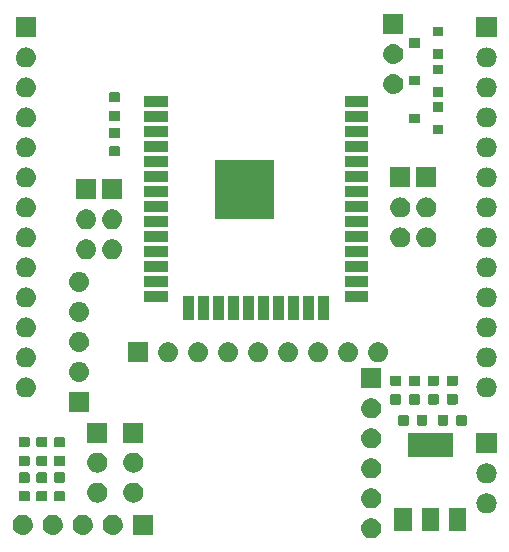
<source format=gbr>
G04 #@! TF.GenerationSoftware,KiCad,Pcbnew,(5.1.2)-1*
G04 #@! TF.CreationDate,2020-03-29T20:21:25+02:00*
G04 #@! TF.ProjectId,bobbycar,626f6262-7963-4617-922e-6b696361645f,rev?*
G04 #@! TF.SameCoordinates,Original*
G04 #@! TF.FileFunction,Soldermask,Top*
G04 #@! TF.FilePolarity,Negative*
%FSLAX46Y46*%
G04 Gerber Fmt 4.6, Leading zero omitted, Abs format (unit mm)*
G04 Created by KiCad (PCBNEW (5.1.2)-1) date 2020-03-29 20:21:25*
%MOMM*%
%LPD*%
G04 APERTURE LIST*
%ADD10C,0.100000*%
G04 APERTURE END LIST*
D10*
G36*
X125916627Y-71062299D02*
G01*
X125996742Y-71086602D01*
X126076855Y-71110903D01*
X126076857Y-71110904D01*
X126224518Y-71189831D01*
X126353949Y-71296051D01*
X126460169Y-71425482D01*
X126539096Y-71573143D01*
X126587701Y-71733373D01*
X126604112Y-71900000D01*
X126587701Y-72066627D01*
X126587700Y-72066629D01*
X126546046Y-72203948D01*
X126539096Y-72226857D01*
X126460169Y-72374518D01*
X126353949Y-72503949D01*
X126224518Y-72610169D01*
X126076857Y-72689096D01*
X126076855Y-72689097D01*
X125996742Y-72713399D01*
X125916627Y-72737701D01*
X125791752Y-72750000D01*
X125708248Y-72750000D01*
X125583373Y-72737701D01*
X125503258Y-72713399D01*
X125423145Y-72689097D01*
X125423143Y-72689096D01*
X125275482Y-72610169D01*
X125146051Y-72503949D01*
X125039831Y-72374518D01*
X124960904Y-72226857D01*
X124953955Y-72203948D01*
X124912300Y-72066629D01*
X124912299Y-72066627D01*
X124895888Y-71900000D01*
X124912299Y-71733373D01*
X124960904Y-71573143D01*
X125039831Y-71425482D01*
X125146051Y-71296051D01*
X125275482Y-71189831D01*
X125423143Y-71110904D01*
X125423145Y-71110903D01*
X125503258Y-71086602D01*
X125583373Y-71062299D01*
X125708248Y-71050000D01*
X125791752Y-71050000D01*
X125916627Y-71062299D01*
X125916627Y-71062299D01*
G37*
G36*
X101486627Y-70762299D02*
G01*
X101566742Y-70786602D01*
X101646855Y-70810903D01*
X101646857Y-70810904D01*
X101794518Y-70889831D01*
X101923949Y-70996051D01*
X101978317Y-71062300D01*
X102030168Y-71125481D01*
X102109097Y-71273145D01*
X102133398Y-71353258D01*
X102157701Y-71433373D01*
X102174112Y-71600000D01*
X102157701Y-71766627D01*
X102109096Y-71926857D01*
X102030169Y-72074518D01*
X101923949Y-72203949D01*
X101794518Y-72310169D01*
X101674130Y-72374518D01*
X101646855Y-72389097D01*
X101566742Y-72413399D01*
X101486627Y-72437701D01*
X101361752Y-72450000D01*
X101278248Y-72450000D01*
X101153373Y-72437701D01*
X101073258Y-72413398D01*
X100993145Y-72389097D01*
X100965870Y-72374518D01*
X100845482Y-72310169D01*
X100716051Y-72203949D01*
X100609831Y-72074518D01*
X100530904Y-71926857D01*
X100482299Y-71766627D01*
X100465888Y-71600000D01*
X100482299Y-71433373D01*
X100506602Y-71353258D01*
X100530903Y-71273145D01*
X100609832Y-71125481D01*
X100661683Y-71062300D01*
X100716051Y-70996051D01*
X100845482Y-70889831D01*
X100993143Y-70810904D01*
X100993145Y-70810903D01*
X101073258Y-70786602D01*
X101153373Y-70762299D01*
X101278248Y-70750000D01*
X101361752Y-70750000D01*
X101486627Y-70762299D01*
X101486627Y-70762299D01*
G37*
G36*
X104026627Y-70762299D02*
G01*
X104106742Y-70786602D01*
X104186855Y-70810903D01*
X104186857Y-70810904D01*
X104334518Y-70889831D01*
X104463949Y-70996051D01*
X104518317Y-71062300D01*
X104570168Y-71125481D01*
X104649097Y-71273145D01*
X104673398Y-71353258D01*
X104697701Y-71433373D01*
X104714112Y-71600000D01*
X104697701Y-71766627D01*
X104649096Y-71926857D01*
X104570169Y-72074518D01*
X104463949Y-72203949D01*
X104334518Y-72310169D01*
X104214130Y-72374518D01*
X104186855Y-72389097D01*
X104106742Y-72413399D01*
X104026627Y-72437701D01*
X103901752Y-72450000D01*
X103818248Y-72450000D01*
X103693373Y-72437701D01*
X103613258Y-72413398D01*
X103533145Y-72389097D01*
X103505870Y-72374518D01*
X103385482Y-72310169D01*
X103256051Y-72203949D01*
X103149831Y-72074518D01*
X103070904Y-71926857D01*
X103022299Y-71766627D01*
X103005888Y-71600000D01*
X103022299Y-71433373D01*
X103046602Y-71353258D01*
X103070903Y-71273145D01*
X103149832Y-71125481D01*
X103201683Y-71062300D01*
X103256051Y-70996051D01*
X103385482Y-70889831D01*
X103533143Y-70810904D01*
X103533145Y-70810903D01*
X103613258Y-70786602D01*
X103693373Y-70762299D01*
X103818248Y-70750000D01*
X103901752Y-70750000D01*
X104026627Y-70762299D01*
X104026627Y-70762299D01*
G37*
G36*
X98946627Y-70762299D02*
G01*
X99026742Y-70786602D01*
X99106855Y-70810903D01*
X99106857Y-70810904D01*
X99254518Y-70889831D01*
X99383949Y-70996051D01*
X99438317Y-71062300D01*
X99490168Y-71125481D01*
X99569097Y-71273145D01*
X99593398Y-71353258D01*
X99617701Y-71433373D01*
X99634112Y-71600000D01*
X99617701Y-71766627D01*
X99569096Y-71926857D01*
X99490169Y-72074518D01*
X99383949Y-72203949D01*
X99254518Y-72310169D01*
X99134130Y-72374518D01*
X99106855Y-72389097D01*
X99026742Y-72413399D01*
X98946627Y-72437701D01*
X98821752Y-72450000D01*
X98738248Y-72450000D01*
X98613373Y-72437701D01*
X98533258Y-72413398D01*
X98453145Y-72389097D01*
X98425870Y-72374518D01*
X98305482Y-72310169D01*
X98176051Y-72203949D01*
X98069831Y-72074518D01*
X97990904Y-71926857D01*
X97942299Y-71766627D01*
X97925888Y-71600000D01*
X97942299Y-71433373D01*
X97966602Y-71353258D01*
X97990903Y-71273145D01*
X98069832Y-71125481D01*
X98121683Y-71062300D01*
X98176051Y-70996051D01*
X98305482Y-70889831D01*
X98453143Y-70810904D01*
X98453145Y-70810903D01*
X98533258Y-70786602D01*
X98613373Y-70762299D01*
X98738248Y-70750000D01*
X98821752Y-70750000D01*
X98946627Y-70762299D01*
X98946627Y-70762299D01*
G37*
G36*
X107250000Y-72450000D02*
G01*
X105550000Y-72450000D01*
X105550000Y-70750000D01*
X107250000Y-70750000D01*
X107250000Y-72450000D01*
X107250000Y-72450000D01*
G37*
G36*
X96406627Y-70762299D02*
G01*
X96486742Y-70786602D01*
X96566855Y-70810903D01*
X96566857Y-70810904D01*
X96714518Y-70889831D01*
X96843949Y-70996051D01*
X96898317Y-71062300D01*
X96950168Y-71125481D01*
X97029097Y-71273145D01*
X97053398Y-71353258D01*
X97077701Y-71433373D01*
X97094112Y-71600000D01*
X97077701Y-71766627D01*
X97029096Y-71926857D01*
X96950169Y-72074518D01*
X96843949Y-72203949D01*
X96714518Y-72310169D01*
X96594130Y-72374518D01*
X96566855Y-72389097D01*
X96486742Y-72413399D01*
X96406627Y-72437701D01*
X96281752Y-72450000D01*
X96198248Y-72450000D01*
X96073373Y-72437701D01*
X95993258Y-72413398D01*
X95913145Y-72389097D01*
X95885870Y-72374518D01*
X95765482Y-72310169D01*
X95636051Y-72203949D01*
X95529831Y-72074518D01*
X95450904Y-71926857D01*
X95402299Y-71766627D01*
X95385888Y-71600000D01*
X95402299Y-71433373D01*
X95426602Y-71353258D01*
X95450903Y-71273145D01*
X95529832Y-71125481D01*
X95581683Y-71062300D01*
X95636051Y-70996051D01*
X95765482Y-70889831D01*
X95913143Y-70810904D01*
X95913145Y-70810903D01*
X95993258Y-70786602D01*
X96073373Y-70762299D01*
X96198248Y-70750000D01*
X96281752Y-70750000D01*
X96406627Y-70762299D01*
X96406627Y-70762299D01*
G37*
G36*
X133800000Y-72150000D02*
G01*
X132300000Y-72150000D01*
X132300000Y-70150000D01*
X133800000Y-70150000D01*
X133800000Y-72150000D01*
X133800000Y-72150000D01*
G37*
G36*
X131500000Y-72150000D02*
G01*
X130000000Y-72150000D01*
X130000000Y-70150000D01*
X131500000Y-70150000D01*
X131500000Y-72150000D01*
X131500000Y-72150000D01*
G37*
G36*
X129200000Y-72150000D02*
G01*
X127700000Y-72150000D01*
X127700000Y-70150000D01*
X129200000Y-70150000D01*
X129200000Y-72150000D01*
X129200000Y-72150000D01*
G37*
G36*
X135666627Y-68952299D02*
G01*
X135720859Y-68968750D01*
X135826855Y-69000903D01*
X135826857Y-69000904D01*
X135974518Y-69079831D01*
X136103949Y-69186051D01*
X136210169Y-69315482D01*
X136258686Y-69406250D01*
X136289097Y-69463145D01*
X136300008Y-69499116D01*
X136337701Y-69623373D01*
X136354112Y-69790000D01*
X136337701Y-69956627D01*
X136289096Y-70116857D01*
X136210169Y-70264518D01*
X136103949Y-70393949D01*
X135974518Y-70500169D01*
X135826857Y-70579096D01*
X135826855Y-70579097D01*
X135746742Y-70603399D01*
X135666627Y-70627701D01*
X135541752Y-70640000D01*
X135458248Y-70640000D01*
X135333373Y-70627701D01*
X135253258Y-70603398D01*
X135173145Y-70579097D01*
X135173143Y-70579096D01*
X135025482Y-70500169D01*
X134896051Y-70393949D01*
X134789831Y-70264518D01*
X134710904Y-70116857D01*
X134662299Y-69956627D01*
X134645888Y-69790000D01*
X134662299Y-69623373D01*
X134699992Y-69499116D01*
X134710903Y-69463145D01*
X134741314Y-69406250D01*
X134789831Y-69315482D01*
X134896051Y-69186051D01*
X135025482Y-69079831D01*
X135173143Y-69000904D01*
X135173145Y-69000903D01*
X135279141Y-68968750D01*
X135333373Y-68952299D01*
X135458248Y-68940000D01*
X135541752Y-68940000D01*
X135666627Y-68952299D01*
X135666627Y-68952299D01*
G37*
G36*
X125916627Y-68522299D02*
G01*
X125996742Y-68546602D01*
X126076855Y-68570903D01*
X126076857Y-68570904D01*
X126224518Y-68649831D01*
X126353949Y-68756051D01*
X126460169Y-68885482D01*
X126495884Y-68952300D01*
X126539097Y-69033145D01*
X126543187Y-69046629D01*
X126587701Y-69193373D01*
X126604112Y-69360000D01*
X126587701Y-69526627D01*
X126577295Y-69560930D01*
X126544484Y-69669097D01*
X126539096Y-69686857D01*
X126460169Y-69834518D01*
X126353949Y-69963949D01*
X126224518Y-70070169D01*
X126076857Y-70149096D01*
X126076855Y-70149097D01*
X125996742Y-70173398D01*
X125916627Y-70197701D01*
X125791752Y-70210000D01*
X125708248Y-70210000D01*
X125583373Y-70197701D01*
X125503258Y-70173398D01*
X125423145Y-70149097D01*
X125423143Y-70149096D01*
X125275482Y-70070169D01*
X125146051Y-69963949D01*
X125039831Y-69834518D01*
X124960904Y-69686857D01*
X124955517Y-69669097D01*
X124922705Y-69560930D01*
X124912299Y-69526627D01*
X124895888Y-69360000D01*
X124912299Y-69193373D01*
X124956813Y-69046629D01*
X124960903Y-69033145D01*
X125004116Y-68952300D01*
X125039831Y-68885482D01*
X125146051Y-68756051D01*
X125275482Y-68649831D01*
X125423143Y-68570904D01*
X125423145Y-68570903D01*
X125503258Y-68546602D01*
X125583373Y-68522299D01*
X125708248Y-68510000D01*
X125791752Y-68510000D01*
X125916627Y-68522299D01*
X125916627Y-68522299D01*
G37*
G36*
X105766627Y-68042299D02*
G01*
X105846742Y-68066602D01*
X105926855Y-68090903D01*
X105926857Y-68090904D01*
X106074518Y-68169831D01*
X106203949Y-68276051D01*
X106310168Y-68405481D01*
X106389097Y-68553145D01*
X106394484Y-68570904D01*
X106437701Y-68713373D01*
X106454112Y-68880000D01*
X106437701Y-69046627D01*
X106427628Y-69079832D01*
X106393187Y-69193373D01*
X106389096Y-69206857D01*
X106310169Y-69354518D01*
X106203949Y-69483949D01*
X106074518Y-69590169D01*
X106012398Y-69623373D01*
X105926855Y-69669097D01*
X105868313Y-69686855D01*
X105766627Y-69717701D01*
X105641752Y-69730000D01*
X105558248Y-69730000D01*
X105433373Y-69717701D01*
X105331687Y-69686855D01*
X105273145Y-69669097D01*
X105187602Y-69623373D01*
X105125482Y-69590169D01*
X104996051Y-69483949D01*
X104889831Y-69354518D01*
X104810904Y-69206857D01*
X104806814Y-69193373D01*
X104772372Y-69079832D01*
X104762299Y-69046627D01*
X104745888Y-68880000D01*
X104762299Y-68713373D01*
X104805516Y-68570904D01*
X104810903Y-68553145D01*
X104889832Y-68405481D01*
X104996051Y-68276051D01*
X105125482Y-68169831D01*
X105273143Y-68090904D01*
X105273145Y-68090903D01*
X105353258Y-68066601D01*
X105433373Y-68042299D01*
X105558248Y-68030000D01*
X105641752Y-68030000D01*
X105766627Y-68042299D01*
X105766627Y-68042299D01*
G37*
G36*
X102716627Y-68042299D02*
G01*
X102796742Y-68066602D01*
X102876855Y-68090903D01*
X102876857Y-68090904D01*
X103024518Y-68169831D01*
X103153949Y-68276051D01*
X103260168Y-68405481D01*
X103339097Y-68553145D01*
X103344484Y-68570904D01*
X103387701Y-68713373D01*
X103404112Y-68880000D01*
X103387701Y-69046627D01*
X103377628Y-69079832D01*
X103343187Y-69193373D01*
X103339096Y-69206857D01*
X103260169Y-69354518D01*
X103153949Y-69483949D01*
X103024518Y-69590169D01*
X102962398Y-69623373D01*
X102876855Y-69669097D01*
X102818313Y-69686855D01*
X102716627Y-69717701D01*
X102591752Y-69730000D01*
X102508248Y-69730000D01*
X102383373Y-69717701D01*
X102281687Y-69686855D01*
X102223145Y-69669097D01*
X102137602Y-69623373D01*
X102075482Y-69590169D01*
X101946051Y-69483949D01*
X101839831Y-69354518D01*
X101760904Y-69206857D01*
X101756814Y-69193373D01*
X101722372Y-69079832D01*
X101712299Y-69046627D01*
X101695888Y-68880000D01*
X101712299Y-68713373D01*
X101755516Y-68570904D01*
X101760903Y-68553145D01*
X101839832Y-68405481D01*
X101946051Y-68276051D01*
X102075482Y-68169831D01*
X102223143Y-68090904D01*
X102223145Y-68090903D01*
X102303258Y-68066601D01*
X102383373Y-68042299D01*
X102508248Y-68030000D01*
X102591752Y-68030000D01*
X102716627Y-68042299D01*
X102716627Y-68042299D01*
G37*
G36*
X99699116Y-68753595D02*
G01*
X99728311Y-68762452D01*
X99755223Y-68776837D01*
X99778808Y-68796192D01*
X99798163Y-68819777D01*
X99812548Y-68846689D01*
X99821405Y-68875884D01*
X99825000Y-68912390D01*
X99825000Y-69462610D01*
X99821405Y-69499116D01*
X99812548Y-69528311D01*
X99798163Y-69555223D01*
X99778808Y-69578808D01*
X99755223Y-69598163D01*
X99728311Y-69612548D01*
X99699116Y-69621405D01*
X99662610Y-69625000D01*
X99037390Y-69625000D01*
X99000884Y-69621405D01*
X98971689Y-69612548D01*
X98944777Y-69598163D01*
X98921192Y-69578808D01*
X98901837Y-69555223D01*
X98887452Y-69528311D01*
X98878595Y-69499116D01*
X98875000Y-69462610D01*
X98875000Y-68912390D01*
X98878595Y-68875884D01*
X98887452Y-68846689D01*
X98901837Y-68819777D01*
X98921192Y-68796192D01*
X98944777Y-68776837D01*
X98971689Y-68762452D01*
X99000884Y-68753595D01*
X99037390Y-68750000D01*
X99662610Y-68750000D01*
X99699116Y-68753595D01*
X99699116Y-68753595D01*
G37*
G36*
X96699116Y-68753595D02*
G01*
X96728311Y-68762452D01*
X96755223Y-68776837D01*
X96778808Y-68796192D01*
X96798163Y-68819777D01*
X96812548Y-68846689D01*
X96821405Y-68875884D01*
X96825000Y-68912390D01*
X96825000Y-69462610D01*
X96821405Y-69499116D01*
X96812548Y-69528311D01*
X96798163Y-69555223D01*
X96778808Y-69578808D01*
X96755223Y-69598163D01*
X96728311Y-69612548D01*
X96699116Y-69621405D01*
X96662610Y-69625000D01*
X96037390Y-69625000D01*
X96000884Y-69621405D01*
X95971689Y-69612548D01*
X95944777Y-69598163D01*
X95921192Y-69578808D01*
X95901837Y-69555223D01*
X95887452Y-69528311D01*
X95878595Y-69499116D01*
X95875000Y-69462610D01*
X95875000Y-68912390D01*
X95878595Y-68875884D01*
X95887452Y-68846689D01*
X95901837Y-68819777D01*
X95921192Y-68796192D01*
X95944777Y-68776837D01*
X95971689Y-68762452D01*
X96000884Y-68753595D01*
X96037390Y-68750000D01*
X96662610Y-68750000D01*
X96699116Y-68753595D01*
X96699116Y-68753595D01*
G37*
G36*
X98199116Y-68753595D02*
G01*
X98228311Y-68762452D01*
X98255223Y-68776837D01*
X98278808Y-68796192D01*
X98298163Y-68819777D01*
X98312548Y-68846689D01*
X98321405Y-68875884D01*
X98325000Y-68912390D01*
X98325000Y-69462610D01*
X98321405Y-69499116D01*
X98312548Y-69528311D01*
X98298163Y-69555223D01*
X98278808Y-69578808D01*
X98255223Y-69598163D01*
X98228311Y-69612548D01*
X98199116Y-69621405D01*
X98162610Y-69625000D01*
X97537390Y-69625000D01*
X97500884Y-69621405D01*
X97471689Y-69612548D01*
X97444777Y-69598163D01*
X97421192Y-69578808D01*
X97401837Y-69555223D01*
X97387452Y-69528311D01*
X97378595Y-69499116D01*
X97375000Y-69462610D01*
X97375000Y-68912390D01*
X97378595Y-68875884D01*
X97387452Y-68846689D01*
X97401837Y-68819777D01*
X97421192Y-68796192D01*
X97444777Y-68776837D01*
X97471689Y-68762452D01*
X97500884Y-68753595D01*
X97537390Y-68750000D01*
X98162610Y-68750000D01*
X98199116Y-68753595D01*
X98199116Y-68753595D01*
G37*
G36*
X135666627Y-66412299D02*
G01*
X135746742Y-66436601D01*
X135826855Y-66460903D01*
X135826857Y-66460904D01*
X135974518Y-66539831D01*
X136103949Y-66646051D01*
X136210169Y-66775482D01*
X136289096Y-66923143D01*
X136289097Y-66923145D01*
X136308354Y-66986627D01*
X136337701Y-67083373D01*
X136354112Y-67250000D01*
X136337701Y-67416627D01*
X136289096Y-67576857D01*
X136210169Y-67724518D01*
X136103949Y-67853949D01*
X135974518Y-67960169D01*
X135875428Y-68013134D01*
X135826855Y-68039097D01*
X135746742Y-68063399D01*
X135666627Y-68087701D01*
X135541752Y-68100000D01*
X135458248Y-68100000D01*
X135333373Y-68087701D01*
X135253258Y-68063399D01*
X135173145Y-68039097D01*
X135124572Y-68013134D01*
X135025482Y-67960169D01*
X134896051Y-67853949D01*
X134789831Y-67724518D01*
X134710904Y-67576857D01*
X134662299Y-67416627D01*
X134645888Y-67250000D01*
X134662299Y-67083373D01*
X134691646Y-66986627D01*
X134710903Y-66923145D01*
X134710904Y-66923143D01*
X134789831Y-66775482D01*
X134896051Y-66646051D01*
X135025482Y-66539831D01*
X135173143Y-66460904D01*
X135173145Y-66460903D01*
X135253258Y-66436601D01*
X135333373Y-66412299D01*
X135458248Y-66400000D01*
X135541752Y-66400000D01*
X135666627Y-66412299D01*
X135666627Y-66412299D01*
G37*
G36*
X99699116Y-67178595D02*
G01*
X99728311Y-67187452D01*
X99755223Y-67201837D01*
X99778808Y-67221192D01*
X99798163Y-67244777D01*
X99812548Y-67271689D01*
X99821405Y-67300884D01*
X99825000Y-67337390D01*
X99825000Y-67887610D01*
X99821405Y-67924116D01*
X99812548Y-67953311D01*
X99798163Y-67980223D01*
X99778808Y-68003808D01*
X99755223Y-68023163D01*
X99728311Y-68037548D01*
X99699116Y-68046405D01*
X99662610Y-68050000D01*
X99037390Y-68050000D01*
X99000884Y-68046405D01*
X98971689Y-68037548D01*
X98944777Y-68023163D01*
X98921192Y-68003808D01*
X98901837Y-67980223D01*
X98887452Y-67953311D01*
X98878595Y-67924116D01*
X98875000Y-67887610D01*
X98875000Y-67337390D01*
X98878595Y-67300884D01*
X98887452Y-67271689D01*
X98901837Y-67244777D01*
X98921192Y-67221192D01*
X98944777Y-67201837D01*
X98971689Y-67187452D01*
X99000884Y-67178595D01*
X99037390Y-67175000D01*
X99662610Y-67175000D01*
X99699116Y-67178595D01*
X99699116Y-67178595D01*
G37*
G36*
X98199116Y-67178595D02*
G01*
X98228311Y-67187452D01*
X98255223Y-67201837D01*
X98278808Y-67221192D01*
X98298163Y-67244777D01*
X98312548Y-67271689D01*
X98321405Y-67300884D01*
X98325000Y-67337390D01*
X98325000Y-67887610D01*
X98321405Y-67924116D01*
X98312548Y-67953311D01*
X98298163Y-67980223D01*
X98278808Y-68003808D01*
X98255223Y-68023163D01*
X98228311Y-68037548D01*
X98199116Y-68046405D01*
X98162610Y-68050000D01*
X97537390Y-68050000D01*
X97500884Y-68046405D01*
X97471689Y-68037548D01*
X97444777Y-68023163D01*
X97421192Y-68003808D01*
X97401837Y-67980223D01*
X97387452Y-67953311D01*
X97378595Y-67924116D01*
X97375000Y-67887610D01*
X97375000Y-67337390D01*
X97378595Y-67300884D01*
X97387452Y-67271689D01*
X97401837Y-67244777D01*
X97421192Y-67221192D01*
X97444777Y-67201837D01*
X97471689Y-67187452D01*
X97500884Y-67178595D01*
X97537390Y-67175000D01*
X98162610Y-67175000D01*
X98199116Y-67178595D01*
X98199116Y-67178595D01*
G37*
G36*
X96699116Y-67178595D02*
G01*
X96728311Y-67187452D01*
X96755223Y-67201837D01*
X96778808Y-67221192D01*
X96798163Y-67244777D01*
X96812548Y-67271689D01*
X96821405Y-67300884D01*
X96825000Y-67337390D01*
X96825000Y-67887610D01*
X96821405Y-67924116D01*
X96812548Y-67953311D01*
X96798163Y-67980223D01*
X96778808Y-68003808D01*
X96755223Y-68023163D01*
X96728311Y-68037548D01*
X96699116Y-68046405D01*
X96662610Y-68050000D01*
X96037390Y-68050000D01*
X96000884Y-68046405D01*
X95971689Y-68037548D01*
X95944777Y-68023163D01*
X95921192Y-68003808D01*
X95901837Y-67980223D01*
X95887452Y-67953311D01*
X95878595Y-67924116D01*
X95875000Y-67887610D01*
X95875000Y-67337390D01*
X95878595Y-67300884D01*
X95887452Y-67271689D01*
X95901837Y-67244777D01*
X95921192Y-67221192D01*
X95944777Y-67201837D01*
X95971689Y-67187452D01*
X96000884Y-67178595D01*
X96037390Y-67175000D01*
X96662610Y-67175000D01*
X96699116Y-67178595D01*
X96699116Y-67178595D01*
G37*
G36*
X125916627Y-65982299D02*
G01*
X125996742Y-66006601D01*
X126076855Y-66030903D01*
X126076857Y-66030904D01*
X126224518Y-66109831D01*
X126353949Y-66216051D01*
X126460169Y-66345482D01*
X126495884Y-66412300D01*
X126539097Y-66493145D01*
X126543187Y-66506629D01*
X126587701Y-66653373D01*
X126604112Y-66820000D01*
X126587701Y-66986627D01*
X126587700Y-66986629D01*
X126544484Y-67129097D01*
X126539096Y-67146857D01*
X126460169Y-67294518D01*
X126353949Y-67423949D01*
X126224518Y-67530169D01*
X126076857Y-67609096D01*
X126076855Y-67609097D01*
X125996742Y-67633399D01*
X125916627Y-67657701D01*
X125791752Y-67670000D01*
X125708248Y-67670000D01*
X125583373Y-67657701D01*
X125503258Y-67633399D01*
X125423145Y-67609097D01*
X125423143Y-67609096D01*
X125275482Y-67530169D01*
X125146051Y-67423949D01*
X125039831Y-67294518D01*
X124960904Y-67146857D01*
X124955517Y-67129097D01*
X124912300Y-66986629D01*
X124912299Y-66986627D01*
X124895888Y-66820000D01*
X124912299Y-66653373D01*
X124956813Y-66506629D01*
X124960903Y-66493145D01*
X125004116Y-66412300D01*
X125039831Y-66345482D01*
X125146051Y-66216051D01*
X125275482Y-66109831D01*
X125423143Y-66030904D01*
X125423145Y-66030903D01*
X125503258Y-66006601D01*
X125583373Y-65982299D01*
X125708248Y-65970000D01*
X125791752Y-65970000D01*
X125916627Y-65982299D01*
X125916627Y-65982299D01*
G37*
G36*
X102716627Y-65502299D02*
G01*
X102796742Y-65526602D01*
X102876855Y-65550903D01*
X102876857Y-65550904D01*
X103024518Y-65629831D01*
X103153949Y-65736051D01*
X103222660Y-65819777D01*
X103260168Y-65865481D01*
X103339097Y-66013145D01*
X103344484Y-66030904D01*
X103387701Y-66173373D01*
X103404112Y-66340000D01*
X103387701Y-66506627D01*
X103371228Y-66560930D01*
X103343187Y-66653373D01*
X103339096Y-66666857D01*
X103260169Y-66814518D01*
X103153949Y-66943949D01*
X103024518Y-67050169D01*
X102962398Y-67083373D01*
X102876855Y-67129097D01*
X102818313Y-67146855D01*
X102716627Y-67177701D01*
X102591752Y-67190000D01*
X102508248Y-67190000D01*
X102383373Y-67177701D01*
X102281687Y-67146855D01*
X102223145Y-67129097D01*
X102137602Y-67083373D01*
X102075482Y-67050169D01*
X101946051Y-66943949D01*
X101839831Y-66814518D01*
X101760904Y-66666857D01*
X101756814Y-66653373D01*
X101728772Y-66560930D01*
X101712299Y-66506627D01*
X101695888Y-66340000D01*
X101712299Y-66173373D01*
X101755516Y-66030904D01*
X101760903Y-66013145D01*
X101839832Y-65865481D01*
X101877340Y-65819777D01*
X101946051Y-65736051D01*
X102075482Y-65629831D01*
X102223143Y-65550904D01*
X102223145Y-65550903D01*
X102303258Y-65526601D01*
X102383373Y-65502299D01*
X102508248Y-65490000D01*
X102591752Y-65490000D01*
X102716627Y-65502299D01*
X102716627Y-65502299D01*
G37*
G36*
X105766627Y-65502299D02*
G01*
X105846742Y-65526602D01*
X105926855Y-65550903D01*
X105926857Y-65550904D01*
X106074518Y-65629831D01*
X106203949Y-65736051D01*
X106272660Y-65819777D01*
X106310168Y-65865481D01*
X106389097Y-66013145D01*
X106394484Y-66030904D01*
X106437701Y-66173373D01*
X106454112Y-66340000D01*
X106437701Y-66506627D01*
X106421228Y-66560930D01*
X106393187Y-66653373D01*
X106389096Y-66666857D01*
X106310169Y-66814518D01*
X106203949Y-66943949D01*
X106074518Y-67050169D01*
X106012398Y-67083373D01*
X105926855Y-67129097D01*
X105868313Y-67146855D01*
X105766627Y-67177701D01*
X105641752Y-67190000D01*
X105558248Y-67190000D01*
X105433373Y-67177701D01*
X105331687Y-67146855D01*
X105273145Y-67129097D01*
X105187602Y-67083373D01*
X105125482Y-67050169D01*
X104996051Y-66943949D01*
X104889831Y-66814518D01*
X104810904Y-66666857D01*
X104806814Y-66653373D01*
X104778772Y-66560930D01*
X104762299Y-66506627D01*
X104745888Y-66340000D01*
X104762299Y-66173373D01*
X104805516Y-66030904D01*
X104810903Y-66013145D01*
X104889832Y-65865481D01*
X104927340Y-65819777D01*
X104996051Y-65736051D01*
X105125482Y-65629831D01*
X105273143Y-65550904D01*
X105273145Y-65550903D01*
X105353258Y-65526601D01*
X105433373Y-65502299D01*
X105558248Y-65490000D01*
X105641752Y-65490000D01*
X105766627Y-65502299D01*
X105766627Y-65502299D01*
G37*
G36*
X96699116Y-65753595D02*
G01*
X96728311Y-65762452D01*
X96755223Y-65776837D01*
X96778808Y-65796192D01*
X96798163Y-65819777D01*
X96812548Y-65846689D01*
X96821405Y-65875884D01*
X96825000Y-65912390D01*
X96825000Y-66462610D01*
X96821405Y-66499116D01*
X96812548Y-66528311D01*
X96798163Y-66555223D01*
X96778808Y-66578808D01*
X96755223Y-66598163D01*
X96728311Y-66612548D01*
X96699116Y-66621405D01*
X96662610Y-66625000D01*
X96037390Y-66625000D01*
X96000884Y-66621405D01*
X95971689Y-66612548D01*
X95944777Y-66598163D01*
X95921192Y-66578808D01*
X95901837Y-66555223D01*
X95887452Y-66528311D01*
X95878595Y-66499116D01*
X95875000Y-66462610D01*
X95875000Y-65912390D01*
X95878595Y-65875884D01*
X95887452Y-65846689D01*
X95901837Y-65819777D01*
X95921192Y-65796192D01*
X95944777Y-65776837D01*
X95971689Y-65762452D01*
X96000884Y-65753595D01*
X96037390Y-65750000D01*
X96662610Y-65750000D01*
X96699116Y-65753595D01*
X96699116Y-65753595D01*
G37*
G36*
X99699116Y-65753595D02*
G01*
X99728311Y-65762452D01*
X99755223Y-65776837D01*
X99778808Y-65796192D01*
X99798163Y-65819777D01*
X99812548Y-65846689D01*
X99821405Y-65875884D01*
X99825000Y-65912390D01*
X99825000Y-66462610D01*
X99821405Y-66499116D01*
X99812548Y-66528311D01*
X99798163Y-66555223D01*
X99778808Y-66578808D01*
X99755223Y-66598163D01*
X99728311Y-66612548D01*
X99699116Y-66621405D01*
X99662610Y-66625000D01*
X99037390Y-66625000D01*
X99000884Y-66621405D01*
X98971689Y-66612548D01*
X98944777Y-66598163D01*
X98921192Y-66578808D01*
X98901837Y-66555223D01*
X98887452Y-66528311D01*
X98878595Y-66499116D01*
X98875000Y-66462610D01*
X98875000Y-65912390D01*
X98878595Y-65875884D01*
X98887452Y-65846689D01*
X98901837Y-65819777D01*
X98921192Y-65796192D01*
X98944777Y-65776837D01*
X98971689Y-65762452D01*
X99000884Y-65753595D01*
X99037390Y-65750000D01*
X99662610Y-65750000D01*
X99699116Y-65753595D01*
X99699116Y-65753595D01*
G37*
G36*
X98199116Y-65753595D02*
G01*
X98228311Y-65762452D01*
X98255223Y-65776837D01*
X98278808Y-65796192D01*
X98298163Y-65819777D01*
X98312548Y-65846689D01*
X98321405Y-65875884D01*
X98325000Y-65912390D01*
X98325000Y-66462610D01*
X98321405Y-66499116D01*
X98312548Y-66528311D01*
X98298163Y-66555223D01*
X98278808Y-66578808D01*
X98255223Y-66598163D01*
X98228311Y-66612548D01*
X98199116Y-66621405D01*
X98162610Y-66625000D01*
X97537390Y-66625000D01*
X97500884Y-66621405D01*
X97471689Y-66612548D01*
X97444777Y-66598163D01*
X97421192Y-66578808D01*
X97401837Y-66555223D01*
X97387452Y-66528311D01*
X97378595Y-66499116D01*
X97375000Y-66462610D01*
X97375000Y-65912390D01*
X97378595Y-65875884D01*
X97387452Y-65846689D01*
X97401837Y-65819777D01*
X97421192Y-65796192D01*
X97444777Y-65776837D01*
X97471689Y-65762452D01*
X97500884Y-65753595D01*
X97537390Y-65750000D01*
X98162610Y-65750000D01*
X98199116Y-65753595D01*
X98199116Y-65753595D01*
G37*
G36*
X132650000Y-65850000D02*
G01*
X128850000Y-65850000D01*
X128850000Y-63850000D01*
X132650000Y-63850000D01*
X132650000Y-65850000D01*
X132650000Y-65850000D01*
G37*
G36*
X136350000Y-65560000D02*
G01*
X134650000Y-65560000D01*
X134650000Y-63860000D01*
X136350000Y-63860000D01*
X136350000Y-65560000D01*
X136350000Y-65560000D01*
G37*
G36*
X125916627Y-63442299D02*
G01*
X125996742Y-63466601D01*
X126076855Y-63490903D01*
X126076857Y-63490904D01*
X126224518Y-63569831D01*
X126353949Y-63676051D01*
X126460169Y-63805482D01*
X126539096Y-63953143D01*
X126587701Y-64113373D01*
X126604112Y-64280000D01*
X126587701Y-64446627D01*
X126539096Y-64606857D01*
X126460169Y-64754518D01*
X126353949Y-64883949D01*
X126224518Y-64990169D01*
X126112583Y-65050000D01*
X126076855Y-65069097D01*
X125996742Y-65093399D01*
X125916627Y-65117701D01*
X125791752Y-65130000D01*
X125708248Y-65130000D01*
X125583373Y-65117701D01*
X125503258Y-65093398D01*
X125423145Y-65069097D01*
X125387417Y-65050000D01*
X125275482Y-64990169D01*
X125146051Y-64883949D01*
X125039831Y-64754518D01*
X124960904Y-64606857D01*
X124912299Y-64446627D01*
X124895888Y-64280000D01*
X124912299Y-64113373D01*
X124960904Y-63953143D01*
X125039831Y-63805482D01*
X125146051Y-63676051D01*
X125275482Y-63569831D01*
X125423143Y-63490904D01*
X125423145Y-63490903D01*
X125503258Y-63466602D01*
X125583373Y-63442299D01*
X125708248Y-63430000D01*
X125791752Y-63430000D01*
X125916627Y-63442299D01*
X125916627Y-63442299D01*
G37*
G36*
X98199116Y-64178595D02*
G01*
X98228311Y-64187452D01*
X98255223Y-64201837D01*
X98278808Y-64221192D01*
X98298163Y-64244777D01*
X98312548Y-64271689D01*
X98321405Y-64300884D01*
X98325000Y-64337390D01*
X98325000Y-64887610D01*
X98321405Y-64924116D01*
X98312548Y-64953311D01*
X98298163Y-64980223D01*
X98278808Y-65003808D01*
X98255223Y-65023163D01*
X98228311Y-65037548D01*
X98199116Y-65046405D01*
X98162610Y-65050000D01*
X97537390Y-65050000D01*
X97500884Y-65046405D01*
X97471689Y-65037548D01*
X97444777Y-65023163D01*
X97421192Y-65003808D01*
X97401837Y-64980223D01*
X97387452Y-64953311D01*
X97378595Y-64924116D01*
X97375000Y-64887610D01*
X97375000Y-64337390D01*
X97378595Y-64300884D01*
X97387452Y-64271689D01*
X97401837Y-64244777D01*
X97421192Y-64221192D01*
X97444777Y-64201837D01*
X97471689Y-64187452D01*
X97500884Y-64178595D01*
X97537390Y-64175000D01*
X98162610Y-64175000D01*
X98199116Y-64178595D01*
X98199116Y-64178595D01*
G37*
G36*
X96699116Y-64178595D02*
G01*
X96728311Y-64187452D01*
X96755223Y-64201837D01*
X96778808Y-64221192D01*
X96798163Y-64244777D01*
X96812548Y-64271689D01*
X96821405Y-64300884D01*
X96825000Y-64337390D01*
X96825000Y-64887610D01*
X96821405Y-64924116D01*
X96812548Y-64953311D01*
X96798163Y-64980223D01*
X96778808Y-65003808D01*
X96755223Y-65023163D01*
X96728311Y-65037548D01*
X96699116Y-65046405D01*
X96662610Y-65050000D01*
X96037390Y-65050000D01*
X96000884Y-65046405D01*
X95971689Y-65037548D01*
X95944777Y-65023163D01*
X95921192Y-65003808D01*
X95901837Y-64980223D01*
X95887452Y-64953311D01*
X95878595Y-64924116D01*
X95875000Y-64887610D01*
X95875000Y-64337390D01*
X95878595Y-64300884D01*
X95887452Y-64271689D01*
X95901837Y-64244777D01*
X95921192Y-64221192D01*
X95944777Y-64201837D01*
X95971689Y-64187452D01*
X96000884Y-64178595D01*
X96037390Y-64175000D01*
X96662610Y-64175000D01*
X96699116Y-64178595D01*
X96699116Y-64178595D01*
G37*
G36*
X99699116Y-64178595D02*
G01*
X99728311Y-64187452D01*
X99755223Y-64201837D01*
X99778808Y-64221192D01*
X99798163Y-64244777D01*
X99812548Y-64271689D01*
X99821405Y-64300884D01*
X99825000Y-64337390D01*
X99825000Y-64887610D01*
X99821405Y-64924116D01*
X99812548Y-64953311D01*
X99798163Y-64980223D01*
X99778808Y-65003808D01*
X99755223Y-65023163D01*
X99728311Y-65037548D01*
X99699116Y-65046405D01*
X99662610Y-65050000D01*
X99037390Y-65050000D01*
X99000884Y-65046405D01*
X98971689Y-65037548D01*
X98944777Y-65023163D01*
X98921192Y-65003808D01*
X98901837Y-64980223D01*
X98887452Y-64953311D01*
X98878595Y-64924116D01*
X98875000Y-64887610D01*
X98875000Y-64337390D01*
X98878595Y-64300884D01*
X98887452Y-64271689D01*
X98901837Y-64244777D01*
X98921192Y-64221192D01*
X98944777Y-64201837D01*
X98971689Y-64187452D01*
X99000884Y-64178595D01*
X99037390Y-64175000D01*
X99662610Y-64175000D01*
X99699116Y-64178595D01*
X99699116Y-64178595D01*
G37*
G36*
X106450000Y-64650000D02*
G01*
X104750000Y-64650000D01*
X104750000Y-62950000D01*
X106450000Y-62950000D01*
X106450000Y-64650000D01*
X106450000Y-64650000D01*
G37*
G36*
X103400000Y-64650000D02*
G01*
X101700000Y-64650000D01*
X101700000Y-62950000D01*
X103400000Y-62950000D01*
X103400000Y-64650000D01*
X103400000Y-64650000D01*
G37*
G36*
X128774116Y-62278595D02*
G01*
X128803311Y-62287452D01*
X128830223Y-62301837D01*
X128853808Y-62321192D01*
X128873163Y-62344777D01*
X128887548Y-62371689D01*
X128896405Y-62400884D01*
X128900000Y-62437390D01*
X128900000Y-63062610D01*
X128896405Y-63099116D01*
X128887548Y-63128311D01*
X128873163Y-63155223D01*
X128853808Y-63178808D01*
X128830223Y-63198163D01*
X128803311Y-63212548D01*
X128774116Y-63221405D01*
X128737610Y-63225000D01*
X128187390Y-63225000D01*
X128150884Y-63221405D01*
X128121689Y-63212548D01*
X128094777Y-63198163D01*
X128071192Y-63178808D01*
X128051837Y-63155223D01*
X128037452Y-63128311D01*
X128028595Y-63099116D01*
X128025000Y-63062610D01*
X128025000Y-62437390D01*
X128028595Y-62400884D01*
X128037452Y-62371689D01*
X128051837Y-62344777D01*
X128071192Y-62321192D01*
X128094777Y-62301837D01*
X128121689Y-62287452D01*
X128150884Y-62278595D01*
X128187390Y-62275000D01*
X128737610Y-62275000D01*
X128774116Y-62278595D01*
X128774116Y-62278595D01*
G37*
G36*
X130349116Y-62278595D02*
G01*
X130378311Y-62287452D01*
X130405223Y-62301837D01*
X130428808Y-62321192D01*
X130448163Y-62344777D01*
X130462548Y-62371689D01*
X130471405Y-62400884D01*
X130475000Y-62437390D01*
X130475000Y-63062610D01*
X130471405Y-63099116D01*
X130462548Y-63128311D01*
X130448163Y-63155223D01*
X130428808Y-63178808D01*
X130405223Y-63198163D01*
X130378311Y-63212548D01*
X130349116Y-63221405D01*
X130312610Y-63225000D01*
X129762390Y-63225000D01*
X129725884Y-63221405D01*
X129696689Y-63212548D01*
X129669777Y-63198163D01*
X129646192Y-63178808D01*
X129626837Y-63155223D01*
X129612452Y-63128311D01*
X129603595Y-63099116D01*
X129600000Y-63062610D01*
X129600000Y-62437390D01*
X129603595Y-62400884D01*
X129612452Y-62371689D01*
X129626837Y-62344777D01*
X129646192Y-62321192D01*
X129669777Y-62301837D01*
X129696689Y-62287452D01*
X129725884Y-62278595D01*
X129762390Y-62275000D01*
X130312610Y-62275000D01*
X130349116Y-62278595D01*
X130349116Y-62278595D01*
G37*
G36*
X133699116Y-62278595D02*
G01*
X133728311Y-62287452D01*
X133755223Y-62301837D01*
X133778808Y-62321192D01*
X133798163Y-62344777D01*
X133812548Y-62371689D01*
X133821405Y-62400884D01*
X133825000Y-62437390D01*
X133825000Y-63062610D01*
X133821405Y-63099116D01*
X133812548Y-63128311D01*
X133798163Y-63155223D01*
X133778808Y-63178808D01*
X133755223Y-63198163D01*
X133728311Y-63212548D01*
X133699116Y-63221405D01*
X133662610Y-63225000D01*
X133112390Y-63225000D01*
X133075884Y-63221405D01*
X133046689Y-63212548D01*
X133019777Y-63198163D01*
X132996192Y-63178808D01*
X132976837Y-63155223D01*
X132962452Y-63128311D01*
X132953595Y-63099116D01*
X132950000Y-63062610D01*
X132950000Y-62437390D01*
X132953595Y-62400884D01*
X132962452Y-62371689D01*
X132976837Y-62344777D01*
X132996192Y-62321192D01*
X133019777Y-62301837D01*
X133046689Y-62287452D01*
X133075884Y-62278595D01*
X133112390Y-62275000D01*
X133662610Y-62275000D01*
X133699116Y-62278595D01*
X133699116Y-62278595D01*
G37*
G36*
X132124116Y-62278595D02*
G01*
X132153311Y-62287452D01*
X132180223Y-62301837D01*
X132203808Y-62321192D01*
X132223163Y-62344777D01*
X132237548Y-62371689D01*
X132246405Y-62400884D01*
X132250000Y-62437390D01*
X132250000Y-63062610D01*
X132246405Y-63099116D01*
X132237548Y-63128311D01*
X132223163Y-63155223D01*
X132203808Y-63178808D01*
X132180223Y-63198163D01*
X132153311Y-63212548D01*
X132124116Y-63221405D01*
X132087610Y-63225000D01*
X131537390Y-63225000D01*
X131500884Y-63221405D01*
X131471689Y-63212548D01*
X131444777Y-63198163D01*
X131421192Y-63178808D01*
X131401837Y-63155223D01*
X131387452Y-63128311D01*
X131378595Y-63099116D01*
X131375000Y-63062610D01*
X131375000Y-62437390D01*
X131378595Y-62400884D01*
X131387452Y-62371689D01*
X131401837Y-62344777D01*
X131421192Y-62321192D01*
X131444777Y-62301837D01*
X131471689Y-62287452D01*
X131500884Y-62278595D01*
X131537390Y-62275000D01*
X132087610Y-62275000D01*
X132124116Y-62278595D01*
X132124116Y-62278595D01*
G37*
G36*
X125916627Y-60902299D02*
G01*
X125996742Y-60926601D01*
X126076855Y-60950903D01*
X126076857Y-60950904D01*
X126224518Y-61029831D01*
X126353949Y-61136051D01*
X126460169Y-61265482D01*
X126538778Y-61412548D01*
X126539097Y-61413145D01*
X126542693Y-61425000D01*
X126587701Y-61573373D01*
X126604112Y-61740000D01*
X126587701Y-61906627D01*
X126587700Y-61906629D01*
X126544210Y-62050000D01*
X126539096Y-62066857D01*
X126460169Y-62214518D01*
X126353949Y-62343949D01*
X126224518Y-62450169D01*
X126142984Y-62493750D01*
X126076855Y-62529097D01*
X125996742Y-62553398D01*
X125916627Y-62577701D01*
X125791752Y-62590000D01*
X125708248Y-62590000D01*
X125583373Y-62577701D01*
X125503258Y-62553399D01*
X125423145Y-62529097D01*
X125357016Y-62493750D01*
X125275482Y-62450169D01*
X125146051Y-62343949D01*
X125039831Y-62214518D01*
X124960904Y-62066857D01*
X124955791Y-62050000D01*
X124912300Y-61906629D01*
X124912299Y-61906627D01*
X124895888Y-61740000D01*
X124912299Y-61573373D01*
X124957307Y-61425000D01*
X124960903Y-61413145D01*
X124961222Y-61412548D01*
X125039831Y-61265482D01*
X125146051Y-61136051D01*
X125275482Y-61029831D01*
X125423143Y-60950904D01*
X125423145Y-60950903D01*
X125503258Y-60926601D01*
X125583373Y-60902299D01*
X125708248Y-60890000D01*
X125791752Y-60890000D01*
X125916627Y-60902299D01*
X125916627Y-60902299D01*
G37*
G36*
X101850000Y-62050000D02*
G01*
X100150000Y-62050000D01*
X100150000Y-60350000D01*
X101850000Y-60350000D01*
X101850000Y-62050000D01*
X101850000Y-62050000D01*
G37*
G36*
X128149116Y-60553595D02*
G01*
X128178311Y-60562452D01*
X128205223Y-60576837D01*
X128228808Y-60596192D01*
X128248163Y-60619777D01*
X128262548Y-60646689D01*
X128271405Y-60675884D01*
X128275000Y-60712390D01*
X128275000Y-61262610D01*
X128271405Y-61299116D01*
X128262548Y-61328311D01*
X128248163Y-61355223D01*
X128228808Y-61378808D01*
X128205223Y-61398163D01*
X128178311Y-61412548D01*
X128149116Y-61421405D01*
X128112610Y-61425000D01*
X127487390Y-61425000D01*
X127450884Y-61421405D01*
X127421689Y-61412548D01*
X127394777Y-61398163D01*
X127371192Y-61378808D01*
X127351837Y-61355223D01*
X127337452Y-61328311D01*
X127328595Y-61299116D01*
X127325000Y-61262610D01*
X127325000Y-60712390D01*
X127328595Y-60675884D01*
X127337452Y-60646689D01*
X127351837Y-60619777D01*
X127371192Y-60596192D01*
X127394777Y-60576837D01*
X127421689Y-60562452D01*
X127450884Y-60553595D01*
X127487390Y-60550000D01*
X128112610Y-60550000D01*
X128149116Y-60553595D01*
X128149116Y-60553595D01*
G37*
G36*
X132949116Y-60553595D02*
G01*
X132978311Y-60562452D01*
X133005223Y-60576837D01*
X133028808Y-60596192D01*
X133048163Y-60619777D01*
X133062548Y-60646689D01*
X133071405Y-60675884D01*
X133075000Y-60712390D01*
X133075000Y-61262610D01*
X133071405Y-61299116D01*
X133062548Y-61328311D01*
X133048163Y-61355223D01*
X133028808Y-61378808D01*
X133005223Y-61398163D01*
X132978311Y-61412548D01*
X132949116Y-61421405D01*
X132912610Y-61425000D01*
X132287390Y-61425000D01*
X132250884Y-61421405D01*
X132221689Y-61412548D01*
X132194777Y-61398163D01*
X132171192Y-61378808D01*
X132151837Y-61355223D01*
X132137452Y-61328311D01*
X132128595Y-61299116D01*
X132125000Y-61262610D01*
X132125000Y-60712390D01*
X132128595Y-60675884D01*
X132137452Y-60646689D01*
X132151837Y-60619777D01*
X132171192Y-60596192D01*
X132194777Y-60576837D01*
X132221689Y-60562452D01*
X132250884Y-60553595D01*
X132287390Y-60550000D01*
X132912610Y-60550000D01*
X132949116Y-60553595D01*
X132949116Y-60553595D01*
G37*
G36*
X131349116Y-60553595D02*
G01*
X131378311Y-60562452D01*
X131405223Y-60576837D01*
X131428808Y-60596192D01*
X131448163Y-60619777D01*
X131462548Y-60646689D01*
X131471405Y-60675884D01*
X131475000Y-60712390D01*
X131475000Y-61262610D01*
X131471405Y-61299116D01*
X131462548Y-61328311D01*
X131448163Y-61355223D01*
X131428808Y-61378808D01*
X131405223Y-61398163D01*
X131378311Y-61412548D01*
X131349116Y-61421405D01*
X131312610Y-61425000D01*
X130687390Y-61425000D01*
X130650884Y-61421405D01*
X130621689Y-61412548D01*
X130594777Y-61398163D01*
X130571192Y-61378808D01*
X130551837Y-61355223D01*
X130537452Y-61328311D01*
X130528595Y-61299116D01*
X130525000Y-61262610D01*
X130525000Y-60712390D01*
X130528595Y-60675884D01*
X130537452Y-60646689D01*
X130551837Y-60619777D01*
X130571192Y-60596192D01*
X130594777Y-60576837D01*
X130621689Y-60562452D01*
X130650884Y-60553595D01*
X130687390Y-60550000D01*
X131312610Y-60550000D01*
X131349116Y-60553595D01*
X131349116Y-60553595D01*
G37*
G36*
X129749116Y-60553595D02*
G01*
X129778311Y-60562452D01*
X129805223Y-60576837D01*
X129828808Y-60596192D01*
X129848163Y-60619777D01*
X129862548Y-60646689D01*
X129871405Y-60675884D01*
X129875000Y-60712390D01*
X129875000Y-61262610D01*
X129871405Y-61299116D01*
X129862548Y-61328311D01*
X129848163Y-61355223D01*
X129828808Y-61378808D01*
X129805223Y-61398163D01*
X129778311Y-61412548D01*
X129749116Y-61421405D01*
X129712610Y-61425000D01*
X129087390Y-61425000D01*
X129050884Y-61421405D01*
X129021689Y-61412548D01*
X128994777Y-61398163D01*
X128971192Y-61378808D01*
X128951837Y-61355223D01*
X128937452Y-61328311D01*
X128928595Y-61299116D01*
X128925000Y-61262610D01*
X128925000Y-60712390D01*
X128928595Y-60675884D01*
X128937452Y-60646689D01*
X128951837Y-60619777D01*
X128971192Y-60596192D01*
X128994777Y-60576837D01*
X129021689Y-60562452D01*
X129050884Y-60553595D01*
X129087390Y-60550000D01*
X129712610Y-60550000D01*
X129749116Y-60553595D01*
X129749116Y-60553595D01*
G37*
G36*
X135666627Y-59142299D02*
G01*
X135695554Y-59151074D01*
X135826855Y-59190903D01*
X135826857Y-59190904D01*
X135974518Y-59269831D01*
X136103949Y-59376051D01*
X136210169Y-59505482D01*
X136277394Y-59631250D01*
X136289097Y-59653145D01*
X136310625Y-59724116D01*
X136337701Y-59813373D01*
X136354112Y-59980000D01*
X136337701Y-60146627D01*
X136289096Y-60306857D01*
X136210169Y-60454518D01*
X136103949Y-60583949D01*
X135974518Y-60690169D01*
X135827504Y-60768750D01*
X135826855Y-60769097D01*
X135746742Y-60793399D01*
X135666627Y-60817701D01*
X135541752Y-60830000D01*
X135458248Y-60830000D01*
X135333373Y-60817701D01*
X135253258Y-60793399D01*
X135173145Y-60769097D01*
X135172496Y-60768750D01*
X135025482Y-60690169D01*
X134896051Y-60583949D01*
X134789831Y-60454518D01*
X134710904Y-60306857D01*
X134662299Y-60146627D01*
X134645888Y-59980000D01*
X134662299Y-59813373D01*
X134689375Y-59724116D01*
X134710903Y-59653145D01*
X134722606Y-59631250D01*
X134789831Y-59505482D01*
X134896051Y-59376051D01*
X135025482Y-59269831D01*
X135173143Y-59190904D01*
X135173145Y-59190903D01*
X135304446Y-59151074D01*
X135333373Y-59142299D01*
X135458248Y-59130000D01*
X135541752Y-59130000D01*
X135666627Y-59142299D01*
X135666627Y-59142299D01*
G37*
G36*
X96666627Y-59142299D02*
G01*
X96695554Y-59151074D01*
X96826855Y-59190903D01*
X96826857Y-59190904D01*
X96974518Y-59269831D01*
X97103949Y-59376051D01*
X97210169Y-59505482D01*
X97277394Y-59631250D01*
X97289097Y-59653145D01*
X97310625Y-59724116D01*
X97337701Y-59813373D01*
X97354112Y-59980000D01*
X97337701Y-60146627D01*
X97289096Y-60306857D01*
X97210169Y-60454518D01*
X97103949Y-60583949D01*
X96974518Y-60690169D01*
X96827504Y-60768750D01*
X96826855Y-60769097D01*
X96746742Y-60793399D01*
X96666627Y-60817701D01*
X96541752Y-60830000D01*
X96458248Y-60830000D01*
X96333373Y-60817701D01*
X96253258Y-60793399D01*
X96173145Y-60769097D01*
X96172496Y-60768750D01*
X96025482Y-60690169D01*
X95896051Y-60583949D01*
X95789831Y-60454518D01*
X95710904Y-60306857D01*
X95662299Y-60146627D01*
X95645888Y-59980000D01*
X95662299Y-59813373D01*
X95689375Y-59724116D01*
X95710903Y-59653145D01*
X95722606Y-59631250D01*
X95789831Y-59505482D01*
X95896051Y-59376051D01*
X96025482Y-59269831D01*
X96173143Y-59190904D01*
X96173145Y-59190903D01*
X96304446Y-59151074D01*
X96333373Y-59142299D01*
X96458248Y-59130000D01*
X96541752Y-59130000D01*
X96666627Y-59142299D01*
X96666627Y-59142299D01*
G37*
G36*
X126600000Y-60050000D02*
G01*
X124900000Y-60050000D01*
X124900000Y-58350000D01*
X126600000Y-58350000D01*
X126600000Y-60050000D01*
X126600000Y-60050000D01*
G37*
G36*
X132949116Y-58978595D02*
G01*
X132978311Y-58987452D01*
X133005223Y-59001837D01*
X133028808Y-59021192D01*
X133048163Y-59044777D01*
X133062548Y-59071689D01*
X133071405Y-59100884D01*
X133075000Y-59137390D01*
X133075000Y-59687610D01*
X133071405Y-59724116D01*
X133062548Y-59753311D01*
X133048163Y-59780223D01*
X133028808Y-59803808D01*
X133005223Y-59823163D01*
X132978311Y-59837548D01*
X132949116Y-59846405D01*
X132912610Y-59850000D01*
X132287390Y-59850000D01*
X132250884Y-59846405D01*
X132221689Y-59837548D01*
X132194777Y-59823163D01*
X132171192Y-59803808D01*
X132151837Y-59780223D01*
X132137452Y-59753311D01*
X132128595Y-59724116D01*
X132125000Y-59687610D01*
X132125000Y-59137390D01*
X132128595Y-59100884D01*
X132137452Y-59071689D01*
X132151837Y-59044777D01*
X132171192Y-59021192D01*
X132194777Y-59001837D01*
X132221689Y-58987452D01*
X132250884Y-58978595D01*
X132287390Y-58975000D01*
X132912610Y-58975000D01*
X132949116Y-58978595D01*
X132949116Y-58978595D01*
G37*
G36*
X131349116Y-58978595D02*
G01*
X131378311Y-58987452D01*
X131405223Y-59001837D01*
X131428808Y-59021192D01*
X131448163Y-59044777D01*
X131462548Y-59071689D01*
X131471405Y-59100884D01*
X131475000Y-59137390D01*
X131475000Y-59687610D01*
X131471405Y-59724116D01*
X131462548Y-59753311D01*
X131448163Y-59780223D01*
X131428808Y-59803808D01*
X131405223Y-59823163D01*
X131378311Y-59837548D01*
X131349116Y-59846405D01*
X131312610Y-59850000D01*
X130687390Y-59850000D01*
X130650884Y-59846405D01*
X130621689Y-59837548D01*
X130594777Y-59823163D01*
X130571192Y-59803808D01*
X130551837Y-59780223D01*
X130537452Y-59753311D01*
X130528595Y-59724116D01*
X130525000Y-59687610D01*
X130525000Y-59137390D01*
X130528595Y-59100884D01*
X130537452Y-59071689D01*
X130551837Y-59044777D01*
X130571192Y-59021192D01*
X130594777Y-59001837D01*
X130621689Y-58987452D01*
X130650884Y-58978595D01*
X130687390Y-58975000D01*
X131312610Y-58975000D01*
X131349116Y-58978595D01*
X131349116Y-58978595D01*
G37*
G36*
X128149116Y-58978595D02*
G01*
X128178311Y-58987452D01*
X128205223Y-59001837D01*
X128228808Y-59021192D01*
X128248163Y-59044777D01*
X128262548Y-59071689D01*
X128271405Y-59100884D01*
X128275000Y-59137390D01*
X128275000Y-59687610D01*
X128271405Y-59724116D01*
X128262548Y-59753311D01*
X128248163Y-59780223D01*
X128228808Y-59803808D01*
X128205223Y-59823163D01*
X128178311Y-59837548D01*
X128149116Y-59846405D01*
X128112610Y-59850000D01*
X127487390Y-59850000D01*
X127450884Y-59846405D01*
X127421689Y-59837548D01*
X127394777Y-59823163D01*
X127371192Y-59803808D01*
X127351837Y-59780223D01*
X127337452Y-59753311D01*
X127328595Y-59724116D01*
X127325000Y-59687610D01*
X127325000Y-59137390D01*
X127328595Y-59100884D01*
X127337452Y-59071689D01*
X127351837Y-59044777D01*
X127371192Y-59021192D01*
X127394777Y-59001837D01*
X127421689Y-58987452D01*
X127450884Y-58978595D01*
X127487390Y-58975000D01*
X128112610Y-58975000D01*
X128149116Y-58978595D01*
X128149116Y-58978595D01*
G37*
G36*
X129749116Y-58978595D02*
G01*
X129778311Y-58987452D01*
X129805223Y-59001837D01*
X129828808Y-59021192D01*
X129848163Y-59044777D01*
X129862548Y-59071689D01*
X129871405Y-59100884D01*
X129875000Y-59137390D01*
X129875000Y-59687610D01*
X129871405Y-59724116D01*
X129862548Y-59753311D01*
X129848163Y-59780223D01*
X129828808Y-59803808D01*
X129805223Y-59823163D01*
X129778311Y-59837548D01*
X129749116Y-59846405D01*
X129712610Y-59850000D01*
X129087390Y-59850000D01*
X129050884Y-59846405D01*
X129021689Y-59837548D01*
X128994777Y-59823163D01*
X128971192Y-59803808D01*
X128951837Y-59780223D01*
X128937452Y-59753311D01*
X128928595Y-59724116D01*
X128925000Y-59687610D01*
X128925000Y-59137390D01*
X128928595Y-59100884D01*
X128937452Y-59071689D01*
X128951837Y-59044777D01*
X128971192Y-59021192D01*
X128994777Y-59001837D01*
X129021689Y-58987452D01*
X129050884Y-58978595D01*
X129087390Y-58975000D01*
X129712610Y-58975000D01*
X129749116Y-58978595D01*
X129749116Y-58978595D01*
G37*
G36*
X101166627Y-57822299D02*
G01*
X101246742Y-57846601D01*
X101326855Y-57870903D01*
X101326857Y-57870904D01*
X101474518Y-57949831D01*
X101603949Y-58056051D01*
X101710168Y-58185481D01*
X101789097Y-58333145D01*
X101813399Y-58413258D01*
X101837701Y-58493373D01*
X101854112Y-58660000D01*
X101837701Y-58826627D01*
X101837700Y-58826629D01*
X101791603Y-58978595D01*
X101789096Y-58986857D01*
X101710169Y-59134518D01*
X101603949Y-59263949D01*
X101474518Y-59370169D01*
X101326857Y-59449096D01*
X101326855Y-59449097D01*
X101246742Y-59473399D01*
X101166627Y-59497701D01*
X101041752Y-59510000D01*
X100958248Y-59510000D01*
X100833373Y-59497701D01*
X100753258Y-59473399D01*
X100673145Y-59449097D01*
X100673143Y-59449096D01*
X100525482Y-59370169D01*
X100396051Y-59263949D01*
X100289831Y-59134518D01*
X100210904Y-58986857D01*
X100208398Y-58978595D01*
X100162300Y-58826629D01*
X100162299Y-58826627D01*
X100145888Y-58660000D01*
X100162299Y-58493373D01*
X100186601Y-58413258D01*
X100210903Y-58333145D01*
X100289832Y-58185481D01*
X100396051Y-58056051D01*
X100525482Y-57949831D01*
X100673143Y-57870904D01*
X100673145Y-57870903D01*
X100753258Y-57846601D01*
X100833373Y-57822299D01*
X100958248Y-57810000D01*
X101041752Y-57810000D01*
X101166627Y-57822299D01*
X101166627Y-57822299D01*
G37*
G36*
X96666627Y-56602299D02*
G01*
X96746742Y-56626601D01*
X96826855Y-56650903D01*
X96826857Y-56650904D01*
X96974518Y-56729831D01*
X97103949Y-56836051D01*
X97210169Y-56965482D01*
X97289096Y-57113143D01*
X97337701Y-57273373D01*
X97354112Y-57440000D01*
X97337701Y-57606627D01*
X97289096Y-57766857D01*
X97210169Y-57914518D01*
X97103949Y-58043949D01*
X96974518Y-58150169D01*
X96908454Y-58185481D01*
X96826855Y-58229097D01*
X96746742Y-58253398D01*
X96666627Y-58277701D01*
X96541752Y-58290000D01*
X96458248Y-58290000D01*
X96333373Y-58277701D01*
X96253258Y-58253398D01*
X96173145Y-58229097D01*
X96091546Y-58185481D01*
X96025482Y-58150169D01*
X95896051Y-58043949D01*
X95789831Y-57914518D01*
X95710904Y-57766857D01*
X95662299Y-57606627D01*
X95645888Y-57440000D01*
X95662299Y-57273373D01*
X95710904Y-57113143D01*
X95789831Y-56965482D01*
X95896051Y-56836051D01*
X96025482Y-56729831D01*
X96173143Y-56650904D01*
X96173145Y-56650903D01*
X96253258Y-56626601D01*
X96333373Y-56602299D01*
X96458248Y-56590000D01*
X96541752Y-56590000D01*
X96666627Y-56602299D01*
X96666627Y-56602299D01*
G37*
G36*
X135666627Y-56602299D02*
G01*
X135746742Y-56626601D01*
X135826855Y-56650903D01*
X135826857Y-56650904D01*
X135974518Y-56729831D01*
X136103949Y-56836051D01*
X136210169Y-56965482D01*
X136289096Y-57113143D01*
X136337701Y-57273373D01*
X136354112Y-57440000D01*
X136337701Y-57606627D01*
X136289096Y-57766857D01*
X136210169Y-57914518D01*
X136103949Y-58043949D01*
X135974518Y-58150169D01*
X135908454Y-58185481D01*
X135826855Y-58229097D01*
X135746742Y-58253398D01*
X135666627Y-58277701D01*
X135541752Y-58290000D01*
X135458248Y-58290000D01*
X135333373Y-58277701D01*
X135253258Y-58253398D01*
X135173145Y-58229097D01*
X135091546Y-58185481D01*
X135025482Y-58150169D01*
X134896051Y-58043949D01*
X134789831Y-57914518D01*
X134710904Y-57766857D01*
X134662299Y-57606627D01*
X134645888Y-57440000D01*
X134662299Y-57273373D01*
X134710904Y-57113143D01*
X134789831Y-56965482D01*
X134896051Y-56836051D01*
X135025482Y-56729831D01*
X135173143Y-56650904D01*
X135173145Y-56650903D01*
X135253258Y-56626601D01*
X135333373Y-56602299D01*
X135458248Y-56590000D01*
X135541752Y-56590000D01*
X135666627Y-56602299D01*
X135666627Y-56602299D01*
G37*
G36*
X106850000Y-57850000D02*
G01*
X105150000Y-57850000D01*
X105150000Y-56150000D01*
X106850000Y-56150000D01*
X106850000Y-57850000D01*
X106850000Y-57850000D01*
G37*
G36*
X108706627Y-56162299D02*
G01*
X108786742Y-56186601D01*
X108866855Y-56210903D01*
X108866857Y-56210904D01*
X109014518Y-56289831D01*
X109143949Y-56396051D01*
X109250169Y-56525482D01*
X109287070Y-56594519D01*
X109329097Y-56673145D01*
X109344508Y-56723949D01*
X109377701Y-56833373D01*
X109394112Y-57000000D01*
X109377701Y-57166627D01*
X109329096Y-57326857D01*
X109250169Y-57474518D01*
X109143949Y-57603949D01*
X109014518Y-57710169D01*
X108908463Y-57766857D01*
X108866855Y-57789097D01*
X108786742Y-57813398D01*
X108706627Y-57837701D01*
X108581752Y-57850000D01*
X108498248Y-57850000D01*
X108373373Y-57837701D01*
X108293258Y-57813399D01*
X108213145Y-57789097D01*
X108171537Y-57766857D01*
X108065482Y-57710169D01*
X107936051Y-57603949D01*
X107829831Y-57474518D01*
X107750904Y-57326857D01*
X107702299Y-57166627D01*
X107685888Y-57000000D01*
X107702299Y-56833373D01*
X107735492Y-56723949D01*
X107750903Y-56673145D01*
X107792930Y-56594519D01*
X107829831Y-56525482D01*
X107936051Y-56396051D01*
X108065482Y-56289831D01*
X108213143Y-56210904D01*
X108213145Y-56210903D01*
X108293258Y-56186601D01*
X108373373Y-56162299D01*
X108498248Y-56150000D01*
X108581752Y-56150000D01*
X108706627Y-56162299D01*
X108706627Y-56162299D01*
G37*
G36*
X126486627Y-56162299D02*
G01*
X126566742Y-56186601D01*
X126646855Y-56210903D01*
X126646857Y-56210904D01*
X126794518Y-56289831D01*
X126923949Y-56396051D01*
X127030169Y-56525482D01*
X127067070Y-56594519D01*
X127109097Y-56673145D01*
X127124508Y-56723949D01*
X127157701Y-56833373D01*
X127174112Y-57000000D01*
X127157701Y-57166627D01*
X127109096Y-57326857D01*
X127030169Y-57474518D01*
X126923949Y-57603949D01*
X126794518Y-57710169D01*
X126688463Y-57766857D01*
X126646855Y-57789097D01*
X126566742Y-57813398D01*
X126486627Y-57837701D01*
X126361752Y-57850000D01*
X126278248Y-57850000D01*
X126153373Y-57837701D01*
X126073258Y-57813399D01*
X125993145Y-57789097D01*
X125951537Y-57766857D01*
X125845482Y-57710169D01*
X125716051Y-57603949D01*
X125609831Y-57474518D01*
X125530904Y-57326857D01*
X125482299Y-57166627D01*
X125465888Y-57000000D01*
X125482299Y-56833373D01*
X125515492Y-56723949D01*
X125530903Y-56673145D01*
X125572930Y-56594519D01*
X125609831Y-56525482D01*
X125716051Y-56396051D01*
X125845482Y-56289831D01*
X125993143Y-56210904D01*
X125993145Y-56210903D01*
X126073258Y-56186601D01*
X126153373Y-56162299D01*
X126278248Y-56150000D01*
X126361752Y-56150000D01*
X126486627Y-56162299D01*
X126486627Y-56162299D01*
G37*
G36*
X113786627Y-56162299D02*
G01*
X113866742Y-56186601D01*
X113946855Y-56210903D01*
X113946857Y-56210904D01*
X114094518Y-56289831D01*
X114223949Y-56396051D01*
X114330169Y-56525482D01*
X114367070Y-56594519D01*
X114409097Y-56673145D01*
X114424508Y-56723949D01*
X114457701Y-56833373D01*
X114474112Y-57000000D01*
X114457701Y-57166627D01*
X114409096Y-57326857D01*
X114330169Y-57474518D01*
X114223949Y-57603949D01*
X114094518Y-57710169D01*
X113988463Y-57766857D01*
X113946855Y-57789097D01*
X113866742Y-57813398D01*
X113786627Y-57837701D01*
X113661752Y-57850000D01*
X113578248Y-57850000D01*
X113453373Y-57837701D01*
X113373258Y-57813399D01*
X113293145Y-57789097D01*
X113251537Y-57766857D01*
X113145482Y-57710169D01*
X113016051Y-57603949D01*
X112909831Y-57474518D01*
X112830904Y-57326857D01*
X112782299Y-57166627D01*
X112765888Y-57000000D01*
X112782299Y-56833373D01*
X112815492Y-56723949D01*
X112830903Y-56673145D01*
X112872930Y-56594519D01*
X112909831Y-56525482D01*
X113016051Y-56396051D01*
X113145482Y-56289831D01*
X113293143Y-56210904D01*
X113293145Y-56210903D01*
X113373258Y-56186601D01*
X113453373Y-56162299D01*
X113578248Y-56150000D01*
X113661752Y-56150000D01*
X113786627Y-56162299D01*
X113786627Y-56162299D01*
G37*
G36*
X118866627Y-56162299D02*
G01*
X118946742Y-56186601D01*
X119026855Y-56210903D01*
X119026857Y-56210904D01*
X119174518Y-56289831D01*
X119303949Y-56396051D01*
X119410169Y-56525482D01*
X119447070Y-56594519D01*
X119489097Y-56673145D01*
X119504508Y-56723949D01*
X119537701Y-56833373D01*
X119554112Y-57000000D01*
X119537701Y-57166627D01*
X119489096Y-57326857D01*
X119410169Y-57474518D01*
X119303949Y-57603949D01*
X119174518Y-57710169D01*
X119068463Y-57766857D01*
X119026855Y-57789097D01*
X118946742Y-57813398D01*
X118866627Y-57837701D01*
X118741752Y-57850000D01*
X118658248Y-57850000D01*
X118533373Y-57837701D01*
X118453258Y-57813399D01*
X118373145Y-57789097D01*
X118331537Y-57766857D01*
X118225482Y-57710169D01*
X118096051Y-57603949D01*
X117989831Y-57474518D01*
X117910904Y-57326857D01*
X117862299Y-57166627D01*
X117845888Y-57000000D01*
X117862299Y-56833373D01*
X117895492Y-56723949D01*
X117910903Y-56673145D01*
X117952930Y-56594519D01*
X117989831Y-56525482D01*
X118096051Y-56396051D01*
X118225482Y-56289831D01*
X118373143Y-56210904D01*
X118373145Y-56210903D01*
X118453258Y-56186601D01*
X118533373Y-56162299D01*
X118658248Y-56150000D01*
X118741752Y-56150000D01*
X118866627Y-56162299D01*
X118866627Y-56162299D01*
G37*
G36*
X121406627Y-56162299D02*
G01*
X121486742Y-56186601D01*
X121566855Y-56210903D01*
X121566857Y-56210904D01*
X121714518Y-56289831D01*
X121843949Y-56396051D01*
X121950169Y-56525482D01*
X121987070Y-56594519D01*
X122029097Y-56673145D01*
X122044508Y-56723949D01*
X122077701Y-56833373D01*
X122094112Y-57000000D01*
X122077701Y-57166627D01*
X122029096Y-57326857D01*
X121950169Y-57474518D01*
X121843949Y-57603949D01*
X121714518Y-57710169D01*
X121608463Y-57766857D01*
X121566855Y-57789097D01*
X121486742Y-57813398D01*
X121406627Y-57837701D01*
X121281752Y-57850000D01*
X121198248Y-57850000D01*
X121073373Y-57837701D01*
X120993258Y-57813399D01*
X120913145Y-57789097D01*
X120871537Y-57766857D01*
X120765482Y-57710169D01*
X120636051Y-57603949D01*
X120529831Y-57474518D01*
X120450904Y-57326857D01*
X120402299Y-57166627D01*
X120385888Y-57000000D01*
X120402299Y-56833373D01*
X120435492Y-56723949D01*
X120450903Y-56673145D01*
X120492930Y-56594519D01*
X120529831Y-56525482D01*
X120636051Y-56396051D01*
X120765482Y-56289831D01*
X120913143Y-56210904D01*
X120913145Y-56210903D01*
X120993258Y-56186601D01*
X121073373Y-56162299D01*
X121198248Y-56150000D01*
X121281752Y-56150000D01*
X121406627Y-56162299D01*
X121406627Y-56162299D01*
G37*
G36*
X111246627Y-56162299D02*
G01*
X111326742Y-56186601D01*
X111406855Y-56210903D01*
X111406857Y-56210904D01*
X111554518Y-56289831D01*
X111683949Y-56396051D01*
X111790169Y-56525482D01*
X111827070Y-56594519D01*
X111869097Y-56673145D01*
X111884508Y-56723949D01*
X111917701Y-56833373D01*
X111934112Y-57000000D01*
X111917701Y-57166627D01*
X111869096Y-57326857D01*
X111790169Y-57474518D01*
X111683949Y-57603949D01*
X111554518Y-57710169D01*
X111448463Y-57766857D01*
X111406855Y-57789097D01*
X111326742Y-57813398D01*
X111246627Y-57837701D01*
X111121752Y-57850000D01*
X111038248Y-57850000D01*
X110913373Y-57837701D01*
X110833258Y-57813399D01*
X110753145Y-57789097D01*
X110711537Y-57766857D01*
X110605482Y-57710169D01*
X110476051Y-57603949D01*
X110369831Y-57474518D01*
X110290904Y-57326857D01*
X110242299Y-57166627D01*
X110225888Y-57000000D01*
X110242299Y-56833373D01*
X110275492Y-56723949D01*
X110290903Y-56673145D01*
X110332930Y-56594519D01*
X110369831Y-56525482D01*
X110476051Y-56396051D01*
X110605482Y-56289831D01*
X110753143Y-56210904D01*
X110753145Y-56210903D01*
X110833258Y-56186601D01*
X110913373Y-56162299D01*
X111038248Y-56150000D01*
X111121752Y-56150000D01*
X111246627Y-56162299D01*
X111246627Y-56162299D01*
G37*
G36*
X123946627Y-56162299D02*
G01*
X124026742Y-56186601D01*
X124106855Y-56210903D01*
X124106857Y-56210904D01*
X124254518Y-56289831D01*
X124383949Y-56396051D01*
X124490169Y-56525482D01*
X124527070Y-56594519D01*
X124569097Y-56673145D01*
X124584508Y-56723949D01*
X124617701Y-56833373D01*
X124634112Y-57000000D01*
X124617701Y-57166627D01*
X124569096Y-57326857D01*
X124490169Y-57474518D01*
X124383949Y-57603949D01*
X124254518Y-57710169D01*
X124148463Y-57766857D01*
X124106855Y-57789097D01*
X124026742Y-57813398D01*
X123946627Y-57837701D01*
X123821752Y-57850000D01*
X123738248Y-57850000D01*
X123613373Y-57837701D01*
X123533258Y-57813399D01*
X123453145Y-57789097D01*
X123411537Y-57766857D01*
X123305482Y-57710169D01*
X123176051Y-57603949D01*
X123069831Y-57474518D01*
X122990904Y-57326857D01*
X122942299Y-57166627D01*
X122925888Y-57000000D01*
X122942299Y-56833373D01*
X122975492Y-56723949D01*
X122990903Y-56673145D01*
X123032930Y-56594519D01*
X123069831Y-56525482D01*
X123176051Y-56396051D01*
X123305482Y-56289831D01*
X123453143Y-56210904D01*
X123453145Y-56210903D01*
X123533258Y-56186601D01*
X123613373Y-56162299D01*
X123738248Y-56150000D01*
X123821752Y-56150000D01*
X123946627Y-56162299D01*
X123946627Y-56162299D01*
G37*
G36*
X116326627Y-56162299D02*
G01*
X116406742Y-56186601D01*
X116486855Y-56210903D01*
X116486857Y-56210904D01*
X116634518Y-56289831D01*
X116763949Y-56396051D01*
X116870169Y-56525482D01*
X116907070Y-56594519D01*
X116949097Y-56673145D01*
X116964508Y-56723949D01*
X116997701Y-56833373D01*
X117014112Y-57000000D01*
X116997701Y-57166627D01*
X116949096Y-57326857D01*
X116870169Y-57474518D01*
X116763949Y-57603949D01*
X116634518Y-57710169D01*
X116528463Y-57766857D01*
X116486855Y-57789097D01*
X116406742Y-57813398D01*
X116326627Y-57837701D01*
X116201752Y-57850000D01*
X116118248Y-57850000D01*
X115993373Y-57837701D01*
X115913258Y-57813399D01*
X115833145Y-57789097D01*
X115791537Y-57766857D01*
X115685482Y-57710169D01*
X115556051Y-57603949D01*
X115449831Y-57474518D01*
X115370904Y-57326857D01*
X115322299Y-57166627D01*
X115305888Y-57000000D01*
X115322299Y-56833373D01*
X115355492Y-56723949D01*
X115370903Y-56673145D01*
X115412930Y-56594519D01*
X115449831Y-56525482D01*
X115556051Y-56396051D01*
X115685482Y-56289831D01*
X115833143Y-56210904D01*
X115833145Y-56210903D01*
X115913258Y-56186601D01*
X115993373Y-56162299D01*
X116118248Y-56150000D01*
X116201752Y-56150000D01*
X116326627Y-56162299D01*
X116326627Y-56162299D01*
G37*
G36*
X101166627Y-55282299D02*
G01*
X101246742Y-55306602D01*
X101326855Y-55330903D01*
X101326857Y-55330904D01*
X101474518Y-55409831D01*
X101603949Y-55516051D01*
X101710169Y-55645482D01*
X101789096Y-55793143D01*
X101837701Y-55953373D01*
X101854112Y-56120000D01*
X101837701Y-56286627D01*
X101813398Y-56366742D01*
X101804508Y-56396052D01*
X101789096Y-56446857D01*
X101710169Y-56594518D01*
X101603949Y-56723949D01*
X101474518Y-56830169D01*
X101326857Y-56909096D01*
X101326855Y-56909097D01*
X101246742Y-56933398D01*
X101166627Y-56957701D01*
X101041752Y-56970000D01*
X100958248Y-56970000D01*
X100833373Y-56957701D01*
X100753258Y-56933398D01*
X100673145Y-56909097D01*
X100673143Y-56909096D01*
X100525482Y-56830169D01*
X100396051Y-56723949D01*
X100289831Y-56594518D01*
X100210904Y-56446857D01*
X100195493Y-56396052D01*
X100186602Y-56366742D01*
X100162299Y-56286627D01*
X100145888Y-56120000D01*
X100162299Y-55953373D01*
X100210904Y-55793143D01*
X100289831Y-55645482D01*
X100396051Y-55516051D01*
X100525482Y-55409831D01*
X100673143Y-55330904D01*
X100673145Y-55330903D01*
X100753258Y-55306602D01*
X100833373Y-55282299D01*
X100958248Y-55270000D01*
X101041752Y-55270000D01*
X101166627Y-55282299D01*
X101166627Y-55282299D01*
G37*
G36*
X96666627Y-54062299D02*
G01*
X96746742Y-54086602D01*
X96826855Y-54110903D01*
X96826857Y-54110904D01*
X96974518Y-54189831D01*
X97103949Y-54296051D01*
X97210169Y-54425482D01*
X97289096Y-54573143D01*
X97337701Y-54733373D01*
X97354112Y-54900000D01*
X97337701Y-55066627D01*
X97289096Y-55226857D01*
X97210169Y-55374518D01*
X97103949Y-55503949D01*
X96974518Y-55610169D01*
X96908454Y-55645481D01*
X96826855Y-55689097D01*
X96746742Y-55713399D01*
X96666627Y-55737701D01*
X96541752Y-55750000D01*
X96458248Y-55750000D01*
X96333373Y-55737701D01*
X96253258Y-55713398D01*
X96173145Y-55689097D01*
X96091546Y-55645481D01*
X96025482Y-55610169D01*
X95896051Y-55503949D01*
X95789831Y-55374518D01*
X95710904Y-55226857D01*
X95662299Y-55066627D01*
X95645888Y-54900000D01*
X95662299Y-54733373D01*
X95710904Y-54573143D01*
X95789831Y-54425482D01*
X95896051Y-54296051D01*
X96025482Y-54189831D01*
X96173143Y-54110904D01*
X96173145Y-54110903D01*
X96253258Y-54086601D01*
X96333373Y-54062299D01*
X96458248Y-54050000D01*
X96541752Y-54050000D01*
X96666627Y-54062299D01*
X96666627Y-54062299D01*
G37*
G36*
X135666627Y-54062299D02*
G01*
X135746742Y-54086602D01*
X135826855Y-54110903D01*
X135826857Y-54110904D01*
X135974518Y-54189831D01*
X136103949Y-54296051D01*
X136210169Y-54425482D01*
X136289096Y-54573143D01*
X136337701Y-54733373D01*
X136354112Y-54900000D01*
X136337701Y-55066627D01*
X136289096Y-55226857D01*
X136210169Y-55374518D01*
X136103949Y-55503949D01*
X135974518Y-55610169D01*
X135908454Y-55645481D01*
X135826855Y-55689097D01*
X135746742Y-55713399D01*
X135666627Y-55737701D01*
X135541752Y-55750000D01*
X135458248Y-55750000D01*
X135333373Y-55737701D01*
X135253258Y-55713398D01*
X135173145Y-55689097D01*
X135091546Y-55645481D01*
X135025482Y-55610169D01*
X134896051Y-55503949D01*
X134789831Y-55374518D01*
X134710904Y-55226857D01*
X134662299Y-55066627D01*
X134645888Y-54900000D01*
X134662299Y-54733373D01*
X134710904Y-54573143D01*
X134789831Y-54425482D01*
X134896051Y-54296051D01*
X135025482Y-54189831D01*
X135173143Y-54110904D01*
X135173145Y-54110903D01*
X135253258Y-54086601D01*
X135333373Y-54062299D01*
X135458248Y-54050000D01*
X135541752Y-54050000D01*
X135666627Y-54062299D01*
X135666627Y-54062299D01*
G37*
G36*
X101166627Y-52742299D02*
G01*
X101246742Y-52766601D01*
X101326855Y-52790903D01*
X101326857Y-52790904D01*
X101474518Y-52869831D01*
X101603949Y-52976051D01*
X101710169Y-53105482D01*
X101789096Y-53253143D01*
X101837701Y-53413373D01*
X101854112Y-53580000D01*
X101837701Y-53746627D01*
X101789096Y-53906857D01*
X101710169Y-54054518D01*
X101603949Y-54183949D01*
X101474518Y-54290169D01*
X101326857Y-54369096D01*
X101326855Y-54369097D01*
X101246742Y-54393398D01*
X101166627Y-54417701D01*
X101041752Y-54430000D01*
X100958248Y-54430000D01*
X100833373Y-54417701D01*
X100753258Y-54393399D01*
X100673145Y-54369097D01*
X100673143Y-54369096D01*
X100525482Y-54290169D01*
X100396051Y-54183949D01*
X100289831Y-54054518D01*
X100210904Y-53906857D01*
X100162299Y-53746627D01*
X100145888Y-53580000D01*
X100162299Y-53413373D01*
X100210904Y-53253143D01*
X100289831Y-53105482D01*
X100396051Y-52976051D01*
X100525482Y-52869831D01*
X100673143Y-52790904D01*
X100673145Y-52790903D01*
X100753258Y-52766601D01*
X100833373Y-52742299D01*
X100958248Y-52730000D01*
X101041752Y-52730000D01*
X101166627Y-52742299D01*
X101166627Y-52742299D01*
G37*
G36*
X122165000Y-54255000D02*
G01*
X121265000Y-54255000D01*
X121265000Y-52255000D01*
X122165000Y-52255000D01*
X122165000Y-54255000D01*
X122165000Y-54255000D01*
G37*
G36*
X112005000Y-54255000D02*
G01*
X111105000Y-54255000D01*
X111105000Y-52255000D01*
X112005000Y-52255000D01*
X112005000Y-54255000D01*
X112005000Y-54255000D01*
G37*
G36*
X113275000Y-54255000D02*
G01*
X112375000Y-54255000D01*
X112375000Y-52255000D01*
X113275000Y-52255000D01*
X113275000Y-54255000D01*
X113275000Y-54255000D01*
G37*
G36*
X120895000Y-54255000D02*
G01*
X119995000Y-54255000D01*
X119995000Y-52255000D01*
X120895000Y-52255000D01*
X120895000Y-54255000D01*
X120895000Y-54255000D01*
G37*
G36*
X114545000Y-54255000D02*
G01*
X113645000Y-54255000D01*
X113645000Y-52255000D01*
X114545000Y-52255000D01*
X114545000Y-54255000D01*
X114545000Y-54255000D01*
G37*
G36*
X115815000Y-54255000D02*
G01*
X114915000Y-54255000D01*
X114915000Y-52255000D01*
X115815000Y-52255000D01*
X115815000Y-54255000D01*
X115815000Y-54255000D01*
G37*
G36*
X118355000Y-54255000D02*
G01*
X117455000Y-54255000D01*
X117455000Y-52255000D01*
X118355000Y-52255000D01*
X118355000Y-54255000D01*
X118355000Y-54255000D01*
G37*
G36*
X119625000Y-54255000D02*
G01*
X118725000Y-54255000D01*
X118725000Y-52255000D01*
X119625000Y-52255000D01*
X119625000Y-54255000D01*
X119625000Y-54255000D01*
G37*
G36*
X110735000Y-54255000D02*
G01*
X109835000Y-54255000D01*
X109835000Y-52255000D01*
X110735000Y-52255000D01*
X110735000Y-54255000D01*
X110735000Y-54255000D01*
G37*
G36*
X117085000Y-54255000D02*
G01*
X116185000Y-54255000D01*
X116185000Y-52255000D01*
X117085000Y-52255000D01*
X117085000Y-54255000D01*
X117085000Y-54255000D01*
G37*
G36*
X96666627Y-51522299D02*
G01*
X96746742Y-51546602D01*
X96826855Y-51570903D01*
X96826857Y-51570904D01*
X96974518Y-51649831D01*
X97103949Y-51756051D01*
X97210169Y-51885482D01*
X97289096Y-52033143D01*
X97337701Y-52193373D01*
X97354112Y-52360000D01*
X97337701Y-52526627D01*
X97289096Y-52686857D01*
X97210169Y-52834518D01*
X97103949Y-52963949D01*
X96974518Y-53070169D01*
X96908454Y-53105481D01*
X96826855Y-53149097D01*
X96746742Y-53173398D01*
X96666627Y-53197701D01*
X96541752Y-53210000D01*
X96458248Y-53210000D01*
X96333373Y-53197701D01*
X96253258Y-53173398D01*
X96173145Y-53149097D01*
X96091546Y-53105481D01*
X96025482Y-53070169D01*
X95896051Y-52963949D01*
X95789831Y-52834518D01*
X95710904Y-52686857D01*
X95662299Y-52526627D01*
X95645888Y-52360000D01*
X95662299Y-52193373D01*
X95710904Y-52033143D01*
X95789831Y-51885482D01*
X95896051Y-51756051D01*
X96025482Y-51649831D01*
X96173143Y-51570904D01*
X96173145Y-51570903D01*
X96253258Y-51546602D01*
X96333373Y-51522299D01*
X96458248Y-51510000D01*
X96541752Y-51510000D01*
X96666627Y-51522299D01*
X96666627Y-51522299D01*
G37*
G36*
X135666627Y-51522299D02*
G01*
X135746742Y-51546602D01*
X135826855Y-51570903D01*
X135826857Y-51570904D01*
X135974518Y-51649831D01*
X136103949Y-51756051D01*
X136210169Y-51885482D01*
X136289096Y-52033143D01*
X136337701Y-52193373D01*
X136354112Y-52360000D01*
X136337701Y-52526627D01*
X136289096Y-52686857D01*
X136210169Y-52834518D01*
X136103949Y-52963949D01*
X135974518Y-53070169D01*
X135908454Y-53105481D01*
X135826855Y-53149097D01*
X135746742Y-53173398D01*
X135666627Y-53197701D01*
X135541752Y-53210000D01*
X135458248Y-53210000D01*
X135333373Y-53197701D01*
X135253258Y-53173398D01*
X135173145Y-53149097D01*
X135091546Y-53105481D01*
X135025482Y-53070169D01*
X134896051Y-52963949D01*
X134789831Y-52834518D01*
X134710904Y-52686857D01*
X134662299Y-52526627D01*
X134645888Y-52360000D01*
X134662299Y-52193373D01*
X134710904Y-52033143D01*
X134789831Y-51885482D01*
X134896051Y-51756051D01*
X135025482Y-51649831D01*
X135173143Y-51570904D01*
X135173145Y-51570903D01*
X135253258Y-51546602D01*
X135333373Y-51522299D01*
X135458248Y-51510000D01*
X135541752Y-51510000D01*
X135666627Y-51522299D01*
X135666627Y-51522299D01*
G37*
G36*
X125500000Y-52705000D02*
G01*
X123500000Y-52705000D01*
X123500000Y-51805000D01*
X125500000Y-51805000D01*
X125500000Y-52705000D01*
X125500000Y-52705000D01*
G37*
G36*
X108500000Y-52705000D02*
G01*
X106500000Y-52705000D01*
X106500000Y-51805000D01*
X108500000Y-51805000D01*
X108500000Y-52705000D01*
X108500000Y-52705000D01*
G37*
G36*
X101166627Y-50202299D02*
G01*
X101246742Y-50226601D01*
X101326855Y-50250903D01*
X101326857Y-50250904D01*
X101474518Y-50329831D01*
X101603949Y-50436051D01*
X101710169Y-50565482D01*
X101789096Y-50713143D01*
X101837701Y-50873373D01*
X101854112Y-51040000D01*
X101837701Y-51206627D01*
X101789096Y-51366857D01*
X101710169Y-51514518D01*
X101603949Y-51643949D01*
X101474518Y-51750169D01*
X101371937Y-51805000D01*
X101326855Y-51829097D01*
X101246742Y-51853399D01*
X101166627Y-51877701D01*
X101041752Y-51890000D01*
X100958248Y-51890000D01*
X100833373Y-51877701D01*
X100753258Y-51853398D01*
X100673145Y-51829097D01*
X100628063Y-51805000D01*
X100525482Y-51750169D01*
X100396051Y-51643949D01*
X100289831Y-51514518D01*
X100210904Y-51366857D01*
X100162299Y-51206627D01*
X100145888Y-51040000D01*
X100162299Y-50873373D01*
X100210904Y-50713143D01*
X100289831Y-50565482D01*
X100396051Y-50436051D01*
X100525482Y-50329831D01*
X100673143Y-50250904D01*
X100673145Y-50250903D01*
X100753258Y-50226601D01*
X100833373Y-50202299D01*
X100958248Y-50190000D01*
X101041752Y-50190000D01*
X101166627Y-50202299D01*
X101166627Y-50202299D01*
G37*
G36*
X125500000Y-51435000D02*
G01*
X123500000Y-51435000D01*
X123500000Y-50535000D01*
X125500000Y-50535000D01*
X125500000Y-51435000D01*
X125500000Y-51435000D01*
G37*
G36*
X108500000Y-51435000D02*
G01*
X106500000Y-51435000D01*
X106500000Y-50535000D01*
X108500000Y-50535000D01*
X108500000Y-51435000D01*
X108500000Y-51435000D01*
G37*
G36*
X96666627Y-48982299D02*
G01*
X96746742Y-49006602D01*
X96826855Y-49030903D01*
X96826857Y-49030904D01*
X96974518Y-49109831D01*
X97103949Y-49216051D01*
X97210169Y-49345482D01*
X97289096Y-49493143D01*
X97337701Y-49653373D01*
X97354112Y-49820000D01*
X97337701Y-49986627D01*
X97289096Y-50146857D01*
X97210169Y-50294518D01*
X97103949Y-50423949D01*
X96974518Y-50530169D01*
X96908454Y-50565481D01*
X96826855Y-50609097D01*
X96746742Y-50633398D01*
X96666627Y-50657701D01*
X96541752Y-50670000D01*
X96458248Y-50670000D01*
X96333373Y-50657701D01*
X96253258Y-50633398D01*
X96173145Y-50609097D01*
X96091546Y-50565481D01*
X96025482Y-50530169D01*
X95896051Y-50423949D01*
X95789831Y-50294518D01*
X95710904Y-50146857D01*
X95662299Y-49986627D01*
X95645888Y-49820000D01*
X95662299Y-49653373D01*
X95710904Y-49493143D01*
X95789831Y-49345482D01*
X95896051Y-49216051D01*
X96025482Y-49109831D01*
X96173143Y-49030904D01*
X96173145Y-49030903D01*
X96253258Y-49006602D01*
X96333373Y-48982299D01*
X96458248Y-48970000D01*
X96541752Y-48970000D01*
X96666627Y-48982299D01*
X96666627Y-48982299D01*
G37*
G36*
X135666627Y-48982299D02*
G01*
X135746742Y-49006602D01*
X135826855Y-49030903D01*
X135826857Y-49030904D01*
X135974518Y-49109831D01*
X136103949Y-49216051D01*
X136210169Y-49345482D01*
X136289096Y-49493143D01*
X136337701Y-49653373D01*
X136354112Y-49820000D01*
X136337701Y-49986627D01*
X136289096Y-50146857D01*
X136210169Y-50294518D01*
X136103949Y-50423949D01*
X135974518Y-50530169D01*
X135908454Y-50565481D01*
X135826855Y-50609097D01*
X135746742Y-50633398D01*
X135666627Y-50657701D01*
X135541752Y-50670000D01*
X135458248Y-50670000D01*
X135333373Y-50657701D01*
X135253258Y-50633398D01*
X135173145Y-50609097D01*
X135091546Y-50565481D01*
X135025482Y-50530169D01*
X134896051Y-50423949D01*
X134789831Y-50294518D01*
X134710904Y-50146857D01*
X134662299Y-49986627D01*
X134645888Y-49820000D01*
X134662299Y-49653373D01*
X134710904Y-49493143D01*
X134789831Y-49345482D01*
X134896051Y-49216051D01*
X135025482Y-49109831D01*
X135173143Y-49030904D01*
X135173145Y-49030903D01*
X135253258Y-49006602D01*
X135333373Y-48982299D01*
X135458248Y-48970000D01*
X135541752Y-48970000D01*
X135666627Y-48982299D01*
X135666627Y-48982299D01*
G37*
G36*
X125500000Y-50165000D02*
G01*
X123500000Y-50165000D01*
X123500000Y-49265000D01*
X125500000Y-49265000D01*
X125500000Y-50165000D01*
X125500000Y-50165000D01*
G37*
G36*
X108500000Y-50165000D02*
G01*
X106500000Y-50165000D01*
X106500000Y-49265000D01*
X108500000Y-49265000D01*
X108500000Y-50165000D01*
X108500000Y-50165000D01*
G37*
G36*
X101766627Y-47452299D02*
G01*
X101846742Y-47476601D01*
X101926855Y-47500903D01*
X101926857Y-47500904D01*
X102074518Y-47579831D01*
X102203949Y-47686051D01*
X102310169Y-47815482D01*
X102389096Y-47963143D01*
X102437701Y-48123373D01*
X102454112Y-48290000D01*
X102437701Y-48456627D01*
X102437700Y-48456629D01*
X102392130Y-48606857D01*
X102389096Y-48616857D01*
X102310169Y-48764518D01*
X102203949Y-48893949D01*
X102074518Y-49000169D01*
X101926857Y-49079096D01*
X101926855Y-49079097D01*
X101846742Y-49103399D01*
X101766627Y-49127701D01*
X101641752Y-49140000D01*
X101558248Y-49140000D01*
X101433373Y-49127701D01*
X101353258Y-49103399D01*
X101273145Y-49079097D01*
X101273143Y-49079096D01*
X101125482Y-49000169D01*
X100996051Y-48893949D01*
X100889831Y-48764518D01*
X100810904Y-48616857D01*
X100807871Y-48606857D01*
X100762300Y-48456629D01*
X100762299Y-48456627D01*
X100745888Y-48290000D01*
X100762299Y-48123373D01*
X100810904Y-47963143D01*
X100889831Y-47815482D01*
X100996051Y-47686051D01*
X101125482Y-47579831D01*
X101273143Y-47500904D01*
X101273145Y-47500903D01*
X101353258Y-47476601D01*
X101433373Y-47452299D01*
X101558248Y-47440000D01*
X101641752Y-47440000D01*
X101766627Y-47452299D01*
X101766627Y-47452299D01*
G37*
G36*
X103966627Y-47442299D02*
G01*
X104046742Y-47466601D01*
X104126855Y-47490903D01*
X104126857Y-47490904D01*
X104274518Y-47569831D01*
X104403949Y-47676051D01*
X104510169Y-47805482D01*
X104515514Y-47815482D01*
X104589097Y-47953145D01*
X104600328Y-47990169D01*
X104637701Y-48113373D01*
X104654112Y-48280000D01*
X104637701Y-48446627D01*
X104589096Y-48606857D01*
X104510169Y-48754518D01*
X104403949Y-48883949D01*
X104274518Y-48990169D01*
X104126857Y-49069096D01*
X104126855Y-49069097D01*
X104046742Y-49093399D01*
X103966627Y-49117701D01*
X103841752Y-49130000D01*
X103758248Y-49130000D01*
X103633373Y-49117701D01*
X103553258Y-49093399D01*
X103473145Y-49069097D01*
X103473143Y-49069096D01*
X103325482Y-48990169D01*
X103196051Y-48883949D01*
X103089831Y-48754518D01*
X103010904Y-48606857D01*
X102962299Y-48446627D01*
X102945888Y-48280000D01*
X102962299Y-48113373D01*
X102999672Y-47990169D01*
X103010903Y-47953145D01*
X103084486Y-47815482D01*
X103089831Y-47805482D01*
X103196051Y-47676051D01*
X103325482Y-47569831D01*
X103473143Y-47490904D01*
X103473145Y-47490903D01*
X103553258Y-47466601D01*
X103633373Y-47442299D01*
X103758248Y-47430000D01*
X103841752Y-47430000D01*
X103966627Y-47442299D01*
X103966627Y-47442299D01*
G37*
G36*
X108500000Y-48895000D02*
G01*
X106500000Y-48895000D01*
X106500000Y-47995000D01*
X108500000Y-47995000D01*
X108500000Y-48895000D01*
X108500000Y-48895000D01*
G37*
G36*
X125500000Y-48895000D02*
G01*
X123500000Y-48895000D01*
X123500000Y-47995000D01*
X125500000Y-47995000D01*
X125500000Y-48895000D01*
X125500000Y-48895000D01*
G37*
G36*
X128366627Y-46442299D02*
G01*
X128446742Y-46466602D01*
X128526855Y-46490903D01*
X128526857Y-46490904D01*
X128674518Y-46569831D01*
X128803949Y-46676051D01*
X128910169Y-46805482D01*
X128989096Y-46953143D01*
X129037701Y-47113373D01*
X129054112Y-47280000D01*
X129037701Y-47446627D01*
X129037700Y-47446629D01*
X129000328Y-47569832D01*
X128989096Y-47606857D01*
X128910169Y-47754518D01*
X128803949Y-47883949D01*
X128674518Y-47990169D01*
X128526857Y-48069096D01*
X128526855Y-48069097D01*
X128446742Y-48093399D01*
X128366627Y-48117701D01*
X128241752Y-48130000D01*
X128158248Y-48130000D01*
X128033373Y-48117701D01*
X127953258Y-48093398D01*
X127873145Y-48069097D01*
X127873143Y-48069096D01*
X127725482Y-47990169D01*
X127596051Y-47883949D01*
X127489831Y-47754518D01*
X127410904Y-47606857D01*
X127399673Y-47569832D01*
X127362300Y-47446629D01*
X127362299Y-47446627D01*
X127345888Y-47280000D01*
X127362299Y-47113373D01*
X127410904Y-46953143D01*
X127489831Y-46805482D01*
X127596051Y-46676051D01*
X127725482Y-46569831D01*
X127873143Y-46490904D01*
X127873145Y-46490903D01*
X127953258Y-46466602D01*
X128033373Y-46442299D01*
X128158248Y-46430000D01*
X128241752Y-46430000D01*
X128366627Y-46442299D01*
X128366627Y-46442299D01*
G37*
G36*
X130566627Y-46442299D02*
G01*
X130646742Y-46466602D01*
X130726855Y-46490903D01*
X130726857Y-46490904D01*
X130874518Y-46569831D01*
X131003949Y-46676051D01*
X131110169Y-46805482D01*
X131189096Y-46953143D01*
X131237701Y-47113373D01*
X131254112Y-47280000D01*
X131237701Y-47446627D01*
X131237700Y-47446629D01*
X131200328Y-47569832D01*
X131189096Y-47606857D01*
X131110169Y-47754518D01*
X131003949Y-47883949D01*
X130874518Y-47990169D01*
X130726857Y-48069096D01*
X130726855Y-48069097D01*
X130646742Y-48093399D01*
X130566627Y-48117701D01*
X130441752Y-48130000D01*
X130358248Y-48130000D01*
X130233373Y-48117701D01*
X130153258Y-48093398D01*
X130073145Y-48069097D01*
X130073143Y-48069096D01*
X129925482Y-47990169D01*
X129796051Y-47883949D01*
X129689831Y-47754518D01*
X129610904Y-47606857D01*
X129599673Y-47569832D01*
X129562300Y-47446629D01*
X129562299Y-47446627D01*
X129545888Y-47280000D01*
X129562299Y-47113373D01*
X129610904Y-46953143D01*
X129689831Y-46805482D01*
X129796051Y-46676051D01*
X129925482Y-46569831D01*
X130073143Y-46490904D01*
X130073145Y-46490903D01*
X130153258Y-46466602D01*
X130233373Y-46442299D01*
X130358248Y-46430000D01*
X130441752Y-46430000D01*
X130566627Y-46442299D01*
X130566627Y-46442299D01*
G37*
G36*
X96666627Y-46442299D02*
G01*
X96746742Y-46466602D01*
X96826855Y-46490903D01*
X96826857Y-46490904D01*
X96974518Y-46569831D01*
X97103949Y-46676051D01*
X97210169Y-46805482D01*
X97289096Y-46953143D01*
X97337701Y-47113373D01*
X97354112Y-47280000D01*
X97337701Y-47446627D01*
X97337700Y-47446629D01*
X97300328Y-47569832D01*
X97289096Y-47606857D01*
X97210169Y-47754518D01*
X97103949Y-47883949D01*
X96974518Y-47990169D01*
X96826857Y-48069096D01*
X96826855Y-48069097D01*
X96746742Y-48093398D01*
X96666627Y-48117701D01*
X96541752Y-48130000D01*
X96458248Y-48130000D01*
X96333373Y-48117701D01*
X96253258Y-48093398D01*
X96173145Y-48069097D01*
X96173143Y-48069096D01*
X96025482Y-47990169D01*
X95896051Y-47883949D01*
X95789831Y-47754518D01*
X95710904Y-47606857D01*
X95699673Y-47569832D01*
X95662300Y-47446629D01*
X95662299Y-47446627D01*
X95645888Y-47280000D01*
X95662299Y-47113373D01*
X95710904Y-46953143D01*
X95789831Y-46805482D01*
X95896051Y-46676051D01*
X96025482Y-46569831D01*
X96173143Y-46490904D01*
X96173145Y-46490903D01*
X96253258Y-46466602D01*
X96333373Y-46442299D01*
X96458248Y-46430000D01*
X96541752Y-46430000D01*
X96666627Y-46442299D01*
X96666627Y-46442299D01*
G37*
G36*
X135666627Y-46442299D02*
G01*
X135746742Y-46466602D01*
X135826855Y-46490903D01*
X135826857Y-46490904D01*
X135974518Y-46569831D01*
X136103949Y-46676051D01*
X136210169Y-46805482D01*
X136289096Y-46953143D01*
X136337701Y-47113373D01*
X136354112Y-47280000D01*
X136337701Y-47446627D01*
X136337700Y-47446629D01*
X136300328Y-47569832D01*
X136289096Y-47606857D01*
X136210169Y-47754518D01*
X136103949Y-47883949D01*
X135974518Y-47990169D01*
X135826857Y-48069096D01*
X135826855Y-48069097D01*
X135746742Y-48093399D01*
X135666627Y-48117701D01*
X135541752Y-48130000D01*
X135458248Y-48130000D01*
X135333373Y-48117701D01*
X135253258Y-48093398D01*
X135173145Y-48069097D01*
X135173143Y-48069096D01*
X135025482Y-47990169D01*
X134896051Y-47883949D01*
X134789831Y-47754518D01*
X134710904Y-47606857D01*
X134699673Y-47569832D01*
X134662300Y-47446629D01*
X134662299Y-47446627D01*
X134645888Y-47280000D01*
X134662299Y-47113373D01*
X134710904Y-46953143D01*
X134789831Y-46805482D01*
X134896051Y-46676051D01*
X135025482Y-46569831D01*
X135173143Y-46490904D01*
X135173145Y-46490903D01*
X135253258Y-46466602D01*
X135333373Y-46442299D01*
X135458248Y-46430000D01*
X135541752Y-46430000D01*
X135666627Y-46442299D01*
X135666627Y-46442299D01*
G37*
G36*
X125500000Y-47625000D02*
G01*
X123500000Y-47625000D01*
X123500000Y-46725000D01*
X125500000Y-46725000D01*
X125500000Y-47625000D01*
X125500000Y-47625000D01*
G37*
G36*
X108500000Y-47625000D02*
G01*
X106500000Y-47625000D01*
X106500000Y-46725000D01*
X108500000Y-46725000D01*
X108500000Y-47625000D01*
X108500000Y-47625000D01*
G37*
G36*
X101766627Y-44912299D02*
G01*
X101846742Y-44936602D01*
X101926855Y-44960903D01*
X101926857Y-44960904D01*
X102074518Y-45039831D01*
X102203949Y-45146051D01*
X102310169Y-45275482D01*
X102389096Y-45423143D01*
X102437701Y-45583373D01*
X102454112Y-45750000D01*
X102437701Y-45916627D01*
X102437700Y-45916629D01*
X102392130Y-46066857D01*
X102389096Y-46076857D01*
X102310169Y-46224518D01*
X102203949Y-46353949D01*
X102074518Y-46460169D01*
X101926857Y-46539096D01*
X101926855Y-46539097D01*
X101846742Y-46563398D01*
X101766627Y-46587701D01*
X101641752Y-46600000D01*
X101558248Y-46600000D01*
X101433373Y-46587701D01*
X101353258Y-46563398D01*
X101273145Y-46539097D01*
X101273143Y-46539096D01*
X101125482Y-46460169D01*
X100996051Y-46353949D01*
X100889831Y-46224518D01*
X100810904Y-46076857D01*
X100807871Y-46066857D01*
X100762300Y-45916629D01*
X100762299Y-45916627D01*
X100745888Y-45750000D01*
X100762299Y-45583373D01*
X100810904Y-45423143D01*
X100889831Y-45275482D01*
X100996051Y-45146051D01*
X101125482Y-45039831D01*
X101273143Y-44960904D01*
X101273145Y-44960903D01*
X101353258Y-44936602D01*
X101433373Y-44912299D01*
X101558248Y-44900000D01*
X101641752Y-44900000D01*
X101766627Y-44912299D01*
X101766627Y-44912299D01*
G37*
G36*
X103966627Y-44902299D02*
G01*
X104046742Y-44926602D01*
X104126855Y-44950903D01*
X104126857Y-44950904D01*
X104274518Y-45029831D01*
X104403949Y-45136051D01*
X104510169Y-45265482D01*
X104515514Y-45275482D01*
X104589097Y-45413145D01*
X104600328Y-45450169D01*
X104637701Y-45573373D01*
X104654112Y-45740000D01*
X104637701Y-45906627D01*
X104589096Y-46066857D01*
X104510169Y-46214518D01*
X104403949Y-46343949D01*
X104274518Y-46450169D01*
X104126857Y-46529096D01*
X104126855Y-46529097D01*
X104046742Y-46553399D01*
X103966627Y-46577701D01*
X103841752Y-46590000D01*
X103758248Y-46590000D01*
X103633373Y-46577701D01*
X103553258Y-46553399D01*
X103473145Y-46529097D01*
X103473143Y-46529096D01*
X103325482Y-46450169D01*
X103196051Y-46343949D01*
X103089831Y-46214518D01*
X103010904Y-46066857D01*
X102962299Y-45906627D01*
X102945888Y-45740000D01*
X102962299Y-45573373D01*
X102999672Y-45450169D01*
X103010903Y-45413145D01*
X103084486Y-45275482D01*
X103089831Y-45265482D01*
X103196051Y-45136051D01*
X103325482Y-45029831D01*
X103473143Y-44950904D01*
X103473145Y-44950903D01*
X103553258Y-44926602D01*
X103633373Y-44902299D01*
X103758248Y-44890000D01*
X103841752Y-44890000D01*
X103966627Y-44902299D01*
X103966627Y-44902299D01*
G37*
G36*
X108500000Y-46355000D02*
G01*
X106500000Y-46355000D01*
X106500000Y-45455000D01*
X108500000Y-45455000D01*
X108500000Y-46355000D01*
X108500000Y-46355000D01*
G37*
G36*
X125500000Y-46355000D02*
G01*
X123500000Y-46355000D01*
X123500000Y-45455000D01*
X125500000Y-45455000D01*
X125500000Y-46355000D01*
X125500000Y-46355000D01*
G37*
G36*
X117500000Y-45745000D02*
G01*
X112500000Y-45745000D01*
X112500000Y-40745000D01*
X117500000Y-40745000D01*
X117500000Y-45745000D01*
X117500000Y-45745000D01*
G37*
G36*
X96666627Y-43902299D02*
G01*
X96746742Y-43926601D01*
X96826855Y-43950903D01*
X96826857Y-43950904D01*
X96974518Y-44029831D01*
X97103949Y-44136051D01*
X97210169Y-44265482D01*
X97289096Y-44413143D01*
X97337701Y-44573373D01*
X97354112Y-44740000D01*
X97337701Y-44906627D01*
X97337700Y-44906629D01*
X97300328Y-45029832D01*
X97289096Y-45066857D01*
X97210169Y-45214518D01*
X97103949Y-45343949D01*
X96974518Y-45450169D01*
X96826857Y-45529096D01*
X96826855Y-45529097D01*
X96746742Y-45553398D01*
X96666627Y-45577701D01*
X96541752Y-45590000D01*
X96458248Y-45590000D01*
X96333373Y-45577701D01*
X96253258Y-45553398D01*
X96173145Y-45529097D01*
X96173143Y-45529096D01*
X96025482Y-45450169D01*
X95896051Y-45343949D01*
X95789831Y-45214518D01*
X95710904Y-45066857D01*
X95699673Y-45029832D01*
X95662300Y-44906629D01*
X95662299Y-44906627D01*
X95645888Y-44740000D01*
X95662299Y-44573373D01*
X95710904Y-44413143D01*
X95789831Y-44265482D01*
X95896051Y-44136051D01*
X96025482Y-44029831D01*
X96173143Y-43950904D01*
X96173145Y-43950903D01*
X96253258Y-43926601D01*
X96333373Y-43902299D01*
X96458248Y-43890000D01*
X96541752Y-43890000D01*
X96666627Y-43902299D01*
X96666627Y-43902299D01*
G37*
G36*
X128366627Y-43902299D02*
G01*
X128446742Y-43926601D01*
X128526855Y-43950903D01*
X128526857Y-43950904D01*
X128674518Y-44029831D01*
X128803949Y-44136051D01*
X128910169Y-44265482D01*
X128989096Y-44413143D01*
X129037701Y-44573373D01*
X129054112Y-44740000D01*
X129037701Y-44906627D01*
X129037700Y-44906629D01*
X129000328Y-45029832D01*
X128989096Y-45066857D01*
X128910169Y-45214518D01*
X128803949Y-45343949D01*
X128674518Y-45450169D01*
X128526857Y-45529096D01*
X128526855Y-45529097D01*
X128446742Y-45553399D01*
X128366627Y-45577701D01*
X128241752Y-45590000D01*
X128158248Y-45590000D01*
X128033373Y-45577701D01*
X127953258Y-45553398D01*
X127873145Y-45529097D01*
X127873143Y-45529096D01*
X127725482Y-45450169D01*
X127596051Y-45343949D01*
X127489831Y-45214518D01*
X127410904Y-45066857D01*
X127399673Y-45029832D01*
X127362300Y-44906629D01*
X127362299Y-44906627D01*
X127345888Y-44740000D01*
X127362299Y-44573373D01*
X127410904Y-44413143D01*
X127489831Y-44265482D01*
X127596051Y-44136051D01*
X127725482Y-44029831D01*
X127873143Y-43950904D01*
X127873145Y-43950903D01*
X127953258Y-43926601D01*
X128033373Y-43902299D01*
X128158248Y-43890000D01*
X128241752Y-43890000D01*
X128366627Y-43902299D01*
X128366627Y-43902299D01*
G37*
G36*
X135666627Y-43902299D02*
G01*
X135746742Y-43926601D01*
X135826855Y-43950903D01*
X135826857Y-43950904D01*
X135974518Y-44029831D01*
X136103949Y-44136051D01*
X136210169Y-44265482D01*
X136289096Y-44413143D01*
X136337701Y-44573373D01*
X136354112Y-44740000D01*
X136337701Y-44906627D01*
X136337700Y-44906629D01*
X136300328Y-45029832D01*
X136289096Y-45066857D01*
X136210169Y-45214518D01*
X136103949Y-45343949D01*
X135974518Y-45450169D01*
X135826857Y-45529096D01*
X135826855Y-45529097D01*
X135746742Y-45553399D01*
X135666627Y-45577701D01*
X135541752Y-45590000D01*
X135458248Y-45590000D01*
X135333373Y-45577701D01*
X135253258Y-45553398D01*
X135173145Y-45529097D01*
X135173143Y-45529096D01*
X135025482Y-45450169D01*
X134896051Y-45343949D01*
X134789831Y-45214518D01*
X134710904Y-45066857D01*
X134699673Y-45029832D01*
X134662300Y-44906629D01*
X134662299Y-44906627D01*
X134645888Y-44740000D01*
X134662299Y-44573373D01*
X134710904Y-44413143D01*
X134789831Y-44265482D01*
X134896051Y-44136051D01*
X135025482Y-44029831D01*
X135173143Y-43950904D01*
X135173145Y-43950903D01*
X135253258Y-43926601D01*
X135333373Y-43902299D01*
X135458248Y-43890000D01*
X135541752Y-43890000D01*
X135666627Y-43902299D01*
X135666627Y-43902299D01*
G37*
G36*
X130566627Y-43902299D02*
G01*
X130646742Y-43926601D01*
X130726855Y-43950903D01*
X130726857Y-43950904D01*
X130874518Y-44029831D01*
X131003949Y-44136051D01*
X131110169Y-44265482D01*
X131189096Y-44413143D01*
X131237701Y-44573373D01*
X131254112Y-44740000D01*
X131237701Y-44906627D01*
X131237700Y-44906629D01*
X131200328Y-45029832D01*
X131189096Y-45066857D01*
X131110169Y-45214518D01*
X131003949Y-45343949D01*
X130874518Y-45450169D01*
X130726857Y-45529096D01*
X130726855Y-45529097D01*
X130646742Y-45553399D01*
X130566627Y-45577701D01*
X130441752Y-45590000D01*
X130358248Y-45590000D01*
X130233373Y-45577701D01*
X130153258Y-45553398D01*
X130073145Y-45529097D01*
X130073143Y-45529096D01*
X129925482Y-45450169D01*
X129796051Y-45343949D01*
X129689831Y-45214518D01*
X129610904Y-45066857D01*
X129599673Y-45029832D01*
X129562300Y-44906629D01*
X129562299Y-44906627D01*
X129545888Y-44740000D01*
X129562299Y-44573373D01*
X129610904Y-44413143D01*
X129689831Y-44265482D01*
X129796051Y-44136051D01*
X129925482Y-44029831D01*
X130073143Y-43950904D01*
X130073145Y-43950903D01*
X130153258Y-43926601D01*
X130233373Y-43902299D01*
X130358248Y-43890000D01*
X130441752Y-43890000D01*
X130566627Y-43902299D01*
X130566627Y-43902299D01*
G37*
G36*
X108500000Y-45085000D02*
G01*
X106500000Y-45085000D01*
X106500000Y-44185000D01*
X108500000Y-44185000D01*
X108500000Y-45085000D01*
X108500000Y-45085000D01*
G37*
G36*
X125500000Y-45085000D02*
G01*
X123500000Y-45085000D01*
X123500000Y-44185000D01*
X125500000Y-44185000D01*
X125500000Y-45085000D01*
X125500000Y-45085000D01*
G37*
G36*
X102450000Y-44060000D02*
G01*
X100750000Y-44060000D01*
X100750000Y-42360000D01*
X102450000Y-42360000D01*
X102450000Y-44060000D01*
X102450000Y-44060000D01*
G37*
G36*
X104650000Y-44050000D02*
G01*
X102950000Y-44050000D01*
X102950000Y-42350000D01*
X104650000Y-42350000D01*
X104650000Y-44050000D01*
X104650000Y-44050000D01*
G37*
G36*
X125500000Y-43815000D02*
G01*
X123500000Y-43815000D01*
X123500000Y-42915000D01*
X125500000Y-42915000D01*
X125500000Y-43815000D01*
X125500000Y-43815000D01*
G37*
G36*
X108500000Y-43815000D02*
G01*
X106500000Y-43815000D01*
X106500000Y-42915000D01*
X108500000Y-42915000D01*
X108500000Y-43815000D01*
X108500000Y-43815000D01*
G37*
G36*
X135666627Y-41362299D02*
G01*
X135746742Y-41386601D01*
X135826855Y-41410903D01*
X135826857Y-41410904D01*
X135974518Y-41489831D01*
X136103949Y-41596051D01*
X136210169Y-41725482D01*
X136289096Y-41873143D01*
X136337701Y-42033373D01*
X136354112Y-42200000D01*
X136337701Y-42366627D01*
X136289096Y-42526857D01*
X136210169Y-42674518D01*
X136103949Y-42803949D01*
X135974518Y-42910169D01*
X135826857Y-42989096D01*
X135826855Y-42989097D01*
X135746742Y-43013399D01*
X135666627Y-43037701D01*
X135541752Y-43050000D01*
X135458248Y-43050000D01*
X135333373Y-43037701D01*
X135253258Y-43013399D01*
X135173145Y-42989097D01*
X135173143Y-42989096D01*
X135025482Y-42910169D01*
X134896051Y-42803949D01*
X134789831Y-42674518D01*
X134710904Y-42526857D01*
X134662299Y-42366627D01*
X134645888Y-42200000D01*
X134662299Y-42033373D01*
X134710904Y-41873143D01*
X134789831Y-41725482D01*
X134896051Y-41596051D01*
X135025482Y-41489831D01*
X135173143Y-41410904D01*
X135173145Y-41410903D01*
X135253258Y-41386601D01*
X135333373Y-41362299D01*
X135458248Y-41350000D01*
X135541752Y-41350000D01*
X135666627Y-41362299D01*
X135666627Y-41362299D01*
G37*
G36*
X129050000Y-43050000D02*
G01*
X127350000Y-43050000D01*
X127350000Y-41350000D01*
X129050000Y-41350000D01*
X129050000Y-43050000D01*
X129050000Y-43050000D01*
G37*
G36*
X96666627Y-41362299D02*
G01*
X96746742Y-41386601D01*
X96826855Y-41410903D01*
X96826857Y-41410904D01*
X96974518Y-41489831D01*
X97103949Y-41596051D01*
X97210169Y-41725482D01*
X97289096Y-41873143D01*
X97337701Y-42033373D01*
X97354112Y-42200000D01*
X97337701Y-42366627D01*
X97289096Y-42526857D01*
X97210169Y-42674518D01*
X97103949Y-42803949D01*
X96974518Y-42910169D01*
X96826857Y-42989096D01*
X96826855Y-42989097D01*
X96746742Y-43013399D01*
X96666627Y-43037701D01*
X96541752Y-43050000D01*
X96458248Y-43050000D01*
X96333373Y-43037701D01*
X96253258Y-43013399D01*
X96173145Y-42989097D01*
X96173143Y-42989096D01*
X96025482Y-42910169D01*
X95896051Y-42803949D01*
X95789831Y-42674518D01*
X95710904Y-42526857D01*
X95662299Y-42366627D01*
X95645888Y-42200000D01*
X95662299Y-42033373D01*
X95710904Y-41873143D01*
X95789831Y-41725482D01*
X95896051Y-41596051D01*
X96025482Y-41489831D01*
X96173143Y-41410904D01*
X96173145Y-41410903D01*
X96253258Y-41386601D01*
X96333373Y-41362299D01*
X96458248Y-41350000D01*
X96541752Y-41350000D01*
X96666627Y-41362299D01*
X96666627Y-41362299D01*
G37*
G36*
X131250000Y-43050000D02*
G01*
X129550000Y-43050000D01*
X129550000Y-41350000D01*
X131250000Y-41350000D01*
X131250000Y-43050000D01*
X131250000Y-43050000D01*
G37*
G36*
X125500000Y-42545000D02*
G01*
X123500000Y-42545000D01*
X123500000Y-41645000D01*
X125500000Y-41645000D01*
X125500000Y-42545000D01*
X125500000Y-42545000D01*
G37*
G36*
X108500000Y-42545000D02*
G01*
X106500000Y-42545000D01*
X106500000Y-41645000D01*
X108500000Y-41645000D01*
X108500000Y-42545000D01*
X108500000Y-42545000D01*
G37*
G36*
X108500000Y-41275000D02*
G01*
X106500000Y-41275000D01*
X106500000Y-40375000D01*
X108500000Y-40375000D01*
X108500000Y-41275000D01*
X108500000Y-41275000D01*
G37*
G36*
X125500000Y-41275000D02*
G01*
X123500000Y-41275000D01*
X123500000Y-40375000D01*
X125500000Y-40375000D01*
X125500000Y-41275000D01*
X125500000Y-41275000D01*
G37*
G36*
X96666627Y-38822299D02*
G01*
X96716896Y-38837548D01*
X96826855Y-38870903D01*
X96826857Y-38870904D01*
X96974518Y-38949831D01*
X97103949Y-39056051D01*
X97210169Y-39185482D01*
X97289096Y-39333143D01*
X97337701Y-39493373D01*
X97354112Y-39660000D01*
X97337701Y-39826627D01*
X97289096Y-39986857D01*
X97210169Y-40134518D01*
X97103949Y-40263949D01*
X96974518Y-40370169D01*
X96871937Y-40425000D01*
X96826855Y-40449097D01*
X96746742Y-40473399D01*
X96666627Y-40497701D01*
X96541752Y-40510000D01*
X96458248Y-40510000D01*
X96333373Y-40497701D01*
X96253258Y-40473399D01*
X96173145Y-40449097D01*
X96128063Y-40425000D01*
X96025482Y-40370169D01*
X95896051Y-40263949D01*
X95789831Y-40134518D01*
X95710904Y-39986857D01*
X95662299Y-39826627D01*
X95645888Y-39660000D01*
X95662299Y-39493373D01*
X95710904Y-39333143D01*
X95789831Y-39185482D01*
X95896051Y-39056051D01*
X96025482Y-38949831D01*
X96173143Y-38870904D01*
X96173145Y-38870903D01*
X96283104Y-38837548D01*
X96333373Y-38822299D01*
X96458248Y-38810000D01*
X96541752Y-38810000D01*
X96666627Y-38822299D01*
X96666627Y-38822299D01*
G37*
G36*
X135666627Y-38822299D02*
G01*
X135716896Y-38837548D01*
X135826855Y-38870903D01*
X135826857Y-38870904D01*
X135974518Y-38949831D01*
X136103949Y-39056051D01*
X136210169Y-39185482D01*
X136289096Y-39333143D01*
X136337701Y-39493373D01*
X136354112Y-39660000D01*
X136337701Y-39826627D01*
X136289096Y-39986857D01*
X136210169Y-40134518D01*
X136103949Y-40263949D01*
X135974518Y-40370169D01*
X135871937Y-40425000D01*
X135826855Y-40449097D01*
X135746742Y-40473398D01*
X135666627Y-40497701D01*
X135541752Y-40510000D01*
X135458248Y-40510000D01*
X135333373Y-40497701D01*
X135253258Y-40473399D01*
X135173145Y-40449097D01*
X135128063Y-40425000D01*
X135025482Y-40370169D01*
X134896051Y-40263949D01*
X134789831Y-40134518D01*
X134710904Y-39986857D01*
X134662299Y-39826627D01*
X134645888Y-39660000D01*
X134662299Y-39493373D01*
X134710904Y-39333143D01*
X134789831Y-39185482D01*
X134896051Y-39056051D01*
X135025482Y-38949831D01*
X135173143Y-38870904D01*
X135173145Y-38870903D01*
X135283104Y-38837548D01*
X135333373Y-38822299D01*
X135458248Y-38810000D01*
X135541752Y-38810000D01*
X135666627Y-38822299D01*
X135666627Y-38822299D01*
G37*
G36*
X104349116Y-39553595D02*
G01*
X104378311Y-39562452D01*
X104405223Y-39576837D01*
X104428808Y-39596192D01*
X104448163Y-39619777D01*
X104462548Y-39646689D01*
X104471405Y-39675884D01*
X104475000Y-39712390D01*
X104475000Y-40262610D01*
X104471405Y-40299116D01*
X104462548Y-40328311D01*
X104448163Y-40355223D01*
X104428808Y-40378808D01*
X104405223Y-40398163D01*
X104378311Y-40412548D01*
X104349116Y-40421405D01*
X104312610Y-40425000D01*
X103687390Y-40425000D01*
X103650884Y-40421405D01*
X103621689Y-40412548D01*
X103594777Y-40398163D01*
X103571192Y-40378808D01*
X103551837Y-40355223D01*
X103537452Y-40328311D01*
X103528595Y-40299116D01*
X103525000Y-40262610D01*
X103525000Y-39712390D01*
X103528595Y-39675884D01*
X103537452Y-39646689D01*
X103551837Y-39619777D01*
X103571192Y-39596192D01*
X103594777Y-39576837D01*
X103621689Y-39562452D01*
X103650884Y-39553595D01*
X103687390Y-39550000D01*
X104312610Y-39550000D01*
X104349116Y-39553595D01*
X104349116Y-39553595D01*
G37*
G36*
X125500000Y-40005000D02*
G01*
X123500000Y-40005000D01*
X123500000Y-39105000D01*
X125500000Y-39105000D01*
X125500000Y-40005000D01*
X125500000Y-40005000D01*
G37*
G36*
X108500000Y-40005000D02*
G01*
X106500000Y-40005000D01*
X106500000Y-39105000D01*
X108500000Y-39105000D01*
X108500000Y-40005000D01*
X108500000Y-40005000D01*
G37*
G36*
X104349116Y-37978595D02*
G01*
X104378311Y-37987452D01*
X104405223Y-38001837D01*
X104428808Y-38021192D01*
X104448163Y-38044777D01*
X104462548Y-38071689D01*
X104471405Y-38100884D01*
X104475000Y-38137390D01*
X104475000Y-38687610D01*
X104471405Y-38724116D01*
X104462548Y-38753311D01*
X104448163Y-38780223D01*
X104428808Y-38803808D01*
X104405223Y-38823163D01*
X104378311Y-38837548D01*
X104349116Y-38846405D01*
X104312610Y-38850000D01*
X103687390Y-38850000D01*
X103650884Y-38846405D01*
X103621689Y-38837548D01*
X103594777Y-38823163D01*
X103571192Y-38803808D01*
X103551837Y-38780223D01*
X103537452Y-38753311D01*
X103528595Y-38724116D01*
X103525000Y-38687610D01*
X103525000Y-38137390D01*
X103528595Y-38100884D01*
X103537452Y-38071689D01*
X103551837Y-38044777D01*
X103571192Y-38021192D01*
X103594777Y-38001837D01*
X103621689Y-37987452D01*
X103650884Y-37978595D01*
X103687390Y-37975000D01*
X104312610Y-37975000D01*
X104349116Y-37978595D01*
X104349116Y-37978595D01*
G37*
G36*
X108500000Y-38735000D02*
G01*
X106500000Y-38735000D01*
X106500000Y-37835000D01*
X108500000Y-37835000D01*
X108500000Y-38735000D01*
X108500000Y-38735000D01*
G37*
G36*
X125500000Y-38735000D02*
G01*
X123500000Y-38735000D01*
X123500000Y-37835000D01*
X125500000Y-37835000D01*
X125500000Y-38735000D01*
X125500000Y-38735000D01*
G37*
G36*
X131850000Y-38550000D02*
G01*
X130950000Y-38550000D01*
X130950000Y-37750000D01*
X131850000Y-37750000D01*
X131850000Y-38550000D01*
X131850000Y-38550000D01*
G37*
G36*
X96666627Y-36282299D02*
G01*
X96746742Y-36306601D01*
X96826855Y-36330903D01*
X96826857Y-36330904D01*
X96974518Y-36409831D01*
X97103949Y-36516051D01*
X97210169Y-36645482D01*
X97289096Y-36793143D01*
X97337701Y-36953373D01*
X97354112Y-37120000D01*
X97337701Y-37286627D01*
X97325217Y-37327781D01*
X97295727Y-37425000D01*
X97289096Y-37446857D01*
X97210169Y-37594518D01*
X97103949Y-37723949D01*
X96974518Y-37830169D01*
X96826857Y-37909096D01*
X96826855Y-37909097D01*
X96746742Y-37933399D01*
X96666627Y-37957701D01*
X96541752Y-37970000D01*
X96458248Y-37970000D01*
X96333373Y-37957701D01*
X96253258Y-37933399D01*
X96173145Y-37909097D01*
X96173143Y-37909096D01*
X96025482Y-37830169D01*
X95896051Y-37723949D01*
X95789831Y-37594518D01*
X95710904Y-37446857D01*
X95704274Y-37425000D01*
X95674783Y-37327781D01*
X95662299Y-37286627D01*
X95645888Y-37120000D01*
X95662299Y-36953373D01*
X95710904Y-36793143D01*
X95789831Y-36645482D01*
X95896051Y-36516051D01*
X96025482Y-36409831D01*
X96173143Y-36330904D01*
X96173145Y-36330903D01*
X96253258Y-36306601D01*
X96333373Y-36282299D01*
X96458248Y-36270000D01*
X96541752Y-36270000D01*
X96666627Y-36282299D01*
X96666627Y-36282299D01*
G37*
G36*
X135666627Y-36282299D02*
G01*
X135746742Y-36306601D01*
X135826855Y-36330903D01*
X135826857Y-36330904D01*
X135974518Y-36409831D01*
X136103949Y-36516051D01*
X136210169Y-36645482D01*
X136289096Y-36793143D01*
X136337701Y-36953373D01*
X136354112Y-37120000D01*
X136337701Y-37286627D01*
X136325217Y-37327781D01*
X136295727Y-37425000D01*
X136289096Y-37446857D01*
X136210169Y-37594518D01*
X136103949Y-37723949D01*
X135974518Y-37830169D01*
X135826857Y-37909096D01*
X135826855Y-37909097D01*
X135746742Y-37933399D01*
X135666627Y-37957701D01*
X135541752Y-37970000D01*
X135458248Y-37970000D01*
X135333373Y-37957701D01*
X135253258Y-37933399D01*
X135173145Y-37909097D01*
X135173143Y-37909096D01*
X135025482Y-37830169D01*
X134896051Y-37723949D01*
X134789831Y-37594518D01*
X134710904Y-37446857D01*
X134704274Y-37425000D01*
X134674783Y-37327781D01*
X134662299Y-37286627D01*
X134645888Y-37120000D01*
X134662299Y-36953373D01*
X134710904Y-36793143D01*
X134789831Y-36645482D01*
X134896051Y-36516051D01*
X135025482Y-36409831D01*
X135173143Y-36330904D01*
X135173145Y-36330903D01*
X135253258Y-36306601D01*
X135333373Y-36282299D01*
X135458248Y-36270000D01*
X135541752Y-36270000D01*
X135666627Y-36282299D01*
X135666627Y-36282299D01*
G37*
G36*
X129850000Y-37600000D02*
G01*
X128950000Y-37600000D01*
X128950000Y-36800000D01*
X129850000Y-36800000D01*
X129850000Y-37600000D01*
X129850000Y-37600000D01*
G37*
G36*
X108500000Y-37465000D02*
G01*
X106500000Y-37465000D01*
X106500000Y-36565000D01*
X108500000Y-36565000D01*
X108500000Y-37465000D01*
X108500000Y-37465000D01*
G37*
G36*
X125500000Y-37465000D02*
G01*
X123500000Y-37465000D01*
X123500000Y-36565000D01*
X125500000Y-36565000D01*
X125500000Y-37465000D01*
X125500000Y-37465000D01*
G37*
G36*
X104349116Y-36553595D02*
G01*
X104378311Y-36562452D01*
X104405223Y-36576837D01*
X104428808Y-36596192D01*
X104448163Y-36619777D01*
X104462548Y-36646689D01*
X104471405Y-36675884D01*
X104475000Y-36712390D01*
X104475000Y-37262610D01*
X104471405Y-37299116D01*
X104462548Y-37328311D01*
X104448163Y-37355223D01*
X104428808Y-37378808D01*
X104405223Y-37398163D01*
X104378311Y-37412548D01*
X104349116Y-37421405D01*
X104312610Y-37425000D01*
X103687390Y-37425000D01*
X103650884Y-37421405D01*
X103621689Y-37412548D01*
X103594777Y-37398163D01*
X103571192Y-37378808D01*
X103551837Y-37355223D01*
X103537452Y-37328311D01*
X103528595Y-37299116D01*
X103525000Y-37262610D01*
X103525000Y-36712390D01*
X103528595Y-36675884D01*
X103537452Y-36646689D01*
X103551837Y-36619777D01*
X103571192Y-36596192D01*
X103594777Y-36576837D01*
X103621689Y-36562452D01*
X103650884Y-36553595D01*
X103687390Y-36550000D01*
X104312610Y-36550000D01*
X104349116Y-36553595D01*
X104349116Y-36553595D01*
G37*
G36*
X131850000Y-36650000D02*
G01*
X130950000Y-36650000D01*
X130950000Y-35850000D01*
X131850000Y-35850000D01*
X131850000Y-36650000D01*
X131850000Y-36650000D01*
G37*
G36*
X108500000Y-36195000D02*
G01*
X106500000Y-36195000D01*
X106500000Y-35295000D01*
X108500000Y-35295000D01*
X108500000Y-36195000D01*
X108500000Y-36195000D01*
G37*
G36*
X125500000Y-36195000D02*
G01*
X123500000Y-36195000D01*
X123500000Y-35295000D01*
X125500000Y-35295000D01*
X125500000Y-36195000D01*
X125500000Y-36195000D01*
G37*
G36*
X104349116Y-34978595D02*
G01*
X104378311Y-34987452D01*
X104405223Y-35001837D01*
X104428808Y-35021192D01*
X104448163Y-35044777D01*
X104462548Y-35071689D01*
X104471405Y-35100884D01*
X104475000Y-35137390D01*
X104475000Y-35687610D01*
X104471405Y-35724116D01*
X104462548Y-35753311D01*
X104448163Y-35780223D01*
X104428808Y-35803808D01*
X104405223Y-35823163D01*
X104378311Y-35837548D01*
X104349116Y-35846405D01*
X104312610Y-35850000D01*
X103687390Y-35850000D01*
X103650884Y-35846405D01*
X103621689Y-35837548D01*
X103594777Y-35823163D01*
X103571192Y-35803808D01*
X103551837Y-35780223D01*
X103537452Y-35753311D01*
X103528595Y-35724116D01*
X103525000Y-35687610D01*
X103525000Y-35137390D01*
X103528595Y-35100884D01*
X103537452Y-35071689D01*
X103551837Y-35044777D01*
X103571192Y-35021192D01*
X103594777Y-35001837D01*
X103621689Y-34987452D01*
X103650884Y-34978595D01*
X103687390Y-34975000D01*
X104312610Y-34975000D01*
X104349116Y-34978595D01*
X104349116Y-34978595D01*
G37*
G36*
X96666627Y-33742299D02*
G01*
X96746742Y-33766601D01*
X96826855Y-33790903D01*
X96826857Y-33790904D01*
X96974518Y-33869831D01*
X97103949Y-33976051D01*
X97210169Y-34105482D01*
X97289096Y-34253143D01*
X97337701Y-34413373D01*
X97354112Y-34580000D01*
X97337701Y-34746627D01*
X97337700Y-34746629D01*
X97296046Y-34883948D01*
X97289096Y-34906857D01*
X97210169Y-35054518D01*
X97103949Y-35183949D01*
X96974518Y-35290169D01*
X96862583Y-35350000D01*
X96826855Y-35369097D01*
X96746742Y-35393398D01*
X96666627Y-35417701D01*
X96541752Y-35430000D01*
X96458248Y-35430000D01*
X96333373Y-35417701D01*
X96253258Y-35393399D01*
X96173145Y-35369097D01*
X96137417Y-35350000D01*
X96025482Y-35290169D01*
X95896051Y-35183949D01*
X95789831Y-35054518D01*
X95710904Y-34906857D01*
X95703955Y-34883948D01*
X95662300Y-34746629D01*
X95662299Y-34746627D01*
X95645888Y-34580000D01*
X95662299Y-34413373D01*
X95710904Y-34253143D01*
X95789831Y-34105482D01*
X95896051Y-33976051D01*
X96025482Y-33869831D01*
X96173143Y-33790904D01*
X96173145Y-33790903D01*
X96253258Y-33766602D01*
X96333373Y-33742299D01*
X96458248Y-33730000D01*
X96541752Y-33730000D01*
X96666627Y-33742299D01*
X96666627Y-33742299D01*
G37*
G36*
X135666627Y-33742299D02*
G01*
X135746742Y-33766601D01*
X135826855Y-33790903D01*
X135826857Y-33790904D01*
X135974518Y-33869831D01*
X136103949Y-33976051D01*
X136210169Y-34105482D01*
X136289096Y-34253143D01*
X136337701Y-34413373D01*
X136354112Y-34580000D01*
X136337701Y-34746627D01*
X136337700Y-34746629D01*
X136296046Y-34883948D01*
X136289096Y-34906857D01*
X136210169Y-35054518D01*
X136103949Y-35183949D01*
X135974518Y-35290169D01*
X135862583Y-35350000D01*
X135826855Y-35369097D01*
X135746742Y-35393398D01*
X135666627Y-35417701D01*
X135541752Y-35430000D01*
X135458248Y-35430000D01*
X135333373Y-35417701D01*
X135253258Y-35393399D01*
X135173145Y-35369097D01*
X135137417Y-35350000D01*
X135025482Y-35290169D01*
X134896051Y-35183949D01*
X134789831Y-35054518D01*
X134710904Y-34906857D01*
X134703955Y-34883948D01*
X134662300Y-34746629D01*
X134662299Y-34746627D01*
X134645888Y-34580000D01*
X134662299Y-34413373D01*
X134710904Y-34253143D01*
X134789831Y-34105482D01*
X134896051Y-33976051D01*
X135025482Y-33869831D01*
X135173143Y-33790904D01*
X135173145Y-33790903D01*
X135253258Y-33766602D01*
X135333373Y-33742299D01*
X135458248Y-33730000D01*
X135541752Y-33730000D01*
X135666627Y-33742299D01*
X135666627Y-33742299D01*
G37*
G36*
X131850000Y-35350000D02*
G01*
X130950000Y-35350000D01*
X130950000Y-34550000D01*
X131850000Y-34550000D01*
X131850000Y-35350000D01*
X131850000Y-35350000D01*
G37*
G36*
X127766627Y-33442299D02*
G01*
X127846742Y-33466602D01*
X127926855Y-33490903D01*
X127926857Y-33490904D01*
X128074518Y-33569831D01*
X128203949Y-33676051D01*
X128258317Y-33742300D01*
X128310168Y-33805481D01*
X128389097Y-33953145D01*
X128413399Y-34033258D01*
X128437701Y-34113373D01*
X128454112Y-34280000D01*
X128437701Y-34446627D01*
X128389096Y-34606857D01*
X128310169Y-34754518D01*
X128203949Y-34883949D01*
X128074518Y-34990169D01*
X128016478Y-35021192D01*
X127926855Y-35069097D01*
X127846742Y-35093399D01*
X127766627Y-35117701D01*
X127641752Y-35130000D01*
X127558248Y-35130000D01*
X127433373Y-35117701D01*
X127353258Y-35093399D01*
X127273145Y-35069097D01*
X127183522Y-35021192D01*
X127125482Y-34990169D01*
X126996051Y-34883949D01*
X126889831Y-34754518D01*
X126810904Y-34606857D01*
X126762299Y-34446627D01*
X126745888Y-34280000D01*
X126762299Y-34113373D01*
X126786602Y-34033258D01*
X126810903Y-33953145D01*
X126889832Y-33805481D01*
X126941683Y-33742300D01*
X126996051Y-33676051D01*
X127125482Y-33569831D01*
X127273143Y-33490904D01*
X127273145Y-33490903D01*
X127353258Y-33466601D01*
X127433373Y-33442299D01*
X127558248Y-33430000D01*
X127641752Y-33430000D01*
X127766627Y-33442299D01*
X127766627Y-33442299D01*
G37*
G36*
X129850000Y-34400000D02*
G01*
X128950000Y-34400000D01*
X128950000Y-33600000D01*
X129850000Y-33600000D01*
X129850000Y-34400000D01*
X129850000Y-34400000D01*
G37*
G36*
X131850000Y-33450000D02*
G01*
X130950000Y-33450000D01*
X130950000Y-32650000D01*
X131850000Y-32650000D01*
X131850000Y-33450000D01*
X131850000Y-33450000D01*
G37*
G36*
X135666627Y-31202299D02*
G01*
X135746742Y-31226601D01*
X135826855Y-31250903D01*
X135826857Y-31250904D01*
X135974518Y-31329831D01*
X136103949Y-31436051D01*
X136210169Y-31565482D01*
X136289096Y-31713143D01*
X136337701Y-31873373D01*
X136354112Y-32040000D01*
X136337701Y-32206627D01*
X136337700Y-32206629D01*
X136296046Y-32343948D01*
X136289096Y-32366857D01*
X136210169Y-32514518D01*
X136103949Y-32643949D01*
X135974518Y-32750169D01*
X135826857Y-32829096D01*
X135826855Y-32829097D01*
X135746742Y-32853399D01*
X135666627Y-32877701D01*
X135541752Y-32890000D01*
X135458248Y-32890000D01*
X135333373Y-32877701D01*
X135253258Y-32853399D01*
X135173145Y-32829097D01*
X135173143Y-32829096D01*
X135025482Y-32750169D01*
X134896051Y-32643949D01*
X134789831Y-32514518D01*
X134710904Y-32366857D01*
X134703955Y-32343948D01*
X134662300Y-32206629D01*
X134662299Y-32206627D01*
X134645888Y-32040000D01*
X134662299Y-31873373D01*
X134710904Y-31713143D01*
X134789831Y-31565482D01*
X134896051Y-31436051D01*
X135025482Y-31329831D01*
X135173143Y-31250904D01*
X135173145Y-31250903D01*
X135253258Y-31226601D01*
X135333373Y-31202299D01*
X135458248Y-31190000D01*
X135541752Y-31190000D01*
X135666627Y-31202299D01*
X135666627Y-31202299D01*
G37*
G36*
X96666627Y-31202299D02*
G01*
X96746742Y-31226601D01*
X96826855Y-31250903D01*
X96826857Y-31250904D01*
X96974518Y-31329831D01*
X97103949Y-31436051D01*
X97210169Y-31565482D01*
X97289096Y-31713143D01*
X97337701Y-31873373D01*
X97354112Y-32040000D01*
X97337701Y-32206627D01*
X97337700Y-32206629D01*
X97296046Y-32343948D01*
X97289096Y-32366857D01*
X97210169Y-32514518D01*
X97103949Y-32643949D01*
X96974518Y-32750169D01*
X96826857Y-32829096D01*
X96826855Y-32829097D01*
X96746742Y-32853399D01*
X96666627Y-32877701D01*
X96541752Y-32890000D01*
X96458248Y-32890000D01*
X96333373Y-32877701D01*
X96253258Y-32853399D01*
X96173145Y-32829097D01*
X96173143Y-32829096D01*
X96025482Y-32750169D01*
X95896051Y-32643949D01*
X95789831Y-32514518D01*
X95710904Y-32366857D01*
X95703955Y-32343948D01*
X95662300Y-32206629D01*
X95662299Y-32206627D01*
X95645888Y-32040000D01*
X95662299Y-31873373D01*
X95710904Y-31713143D01*
X95789831Y-31565482D01*
X95896051Y-31436051D01*
X96025482Y-31329831D01*
X96173143Y-31250904D01*
X96173145Y-31250903D01*
X96253258Y-31226601D01*
X96333373Y-31202299D01*
X96458248Y-31190000D01*
X96541752Y-31190000D01*
X96666627Y-31202299D01*
X96666627Y-31202299D01*
G37*
G36*
X127766627Y-30902299D02*
G01*
X127846742Y-30926602D01*
X127926855Y-30950903D01*
X127926857Y-30950904D01*
X128074518Y-31029831D01*
X128203949Y-31136051D01*
X128258317Y-31202300D01*
X128310168Y-31265481D01*
X128389097Y-31413145D01*
X128413398Y-31493258D01*
X128437701Y-31573373D01*
X128454112Y-31740000D01*
X128437701Y-31906627D01*
X128389096Y-32066857D01*
X128310169Y-32214518D01*
X128203949Y-32343949D01*
X128074518Y-32450169D01*
X127954130Y-32514518D01*
X127926855Y-32529097D01*
X127846742Y-32553399D01*
X127766627Y-32577701D01*
X127641752Y-32590000D01*
X127558248Y-32590000D01*
X127433373Y-32577701D01*
X127353258Y-32553399D01*
X127273145Y-32529097D01*
X127245870Y-32514518D01*
X127125482Y-32450169D01*
X126996051Y-32343949D01*
X126889831Y-32214518D01*
X126810904Y-32066857D01*
X126762299Y-31906627D01*
X126745888Y-31740000D01*
X126762299Y-31573373D01*
X126786601Y-31493258D01*
X126810903Y-31413145D01*
X126889832Y-31265481D01*
X126941683Y-31202300D01*
X126996051Y-31136051D01*
X127125482Y-31029831D01*
X127273143Y-30950904D01*
X127273145Y-30950903D01*
X127353258Y-30926601D01*
X127433373Y-30902299D01*
X127558248Y-30890000D01*
X127641752Y-30890000D01*
X127766627Y-30902299D01*
X127766627Y-30902299D01*
G37*
G36*
X131850000Y-32150000D02*
G01*
X130950000Y-32150000D01*
X130950000Y-31350000D01*
X131850000Y-31350000D01*
X131850000Y-32150000D01*
X131850000Y-32150000D01*
G37*
G36*
X129850000Y-31200000D02*
G01*
X128950000Y-31200000D01*
X128950000Y-30400000D01*
X129850000Y-30400000D01*
X129850000Y-31200000D01*
X129850000Y-31200000D01*
G37*
G36*
X136350000Y-30350000D02*
G01*
X134650000Y-30350000D01*
X134650000Y-28650000D01*
X136350000Y-28650000D01*
X136350000Y-30350000D01*
X136350000Y-30350000D01*
G37*
G36*
X97350000Y-30350000D02*
G01*
X95650000Y-30350000D01*
X95650000Y-28650000D01*
X97350000Y-28650000D01*
X97350000Y-30350000D01*
X97350000Y-30350000D01*
G37*
G36*
X131850000Y-30250000D02*
G01*
X130950000Y-30250000D01*
X130950000Y-29450000D01*
X131850000Y-29450000D01*
X131850000Y-30250000D01*
X131850000Y-30250000D01*
G37*
G36*
X128450000Y-30050000D02*
G01*
X126750000Y-30050000D01*
X126750000Y-28350000D01*
X128450000Y-28350000D01*
X128450000Y-30050000D01*
X128450000Y-30050000D01*
G37*
M02*

</source>
